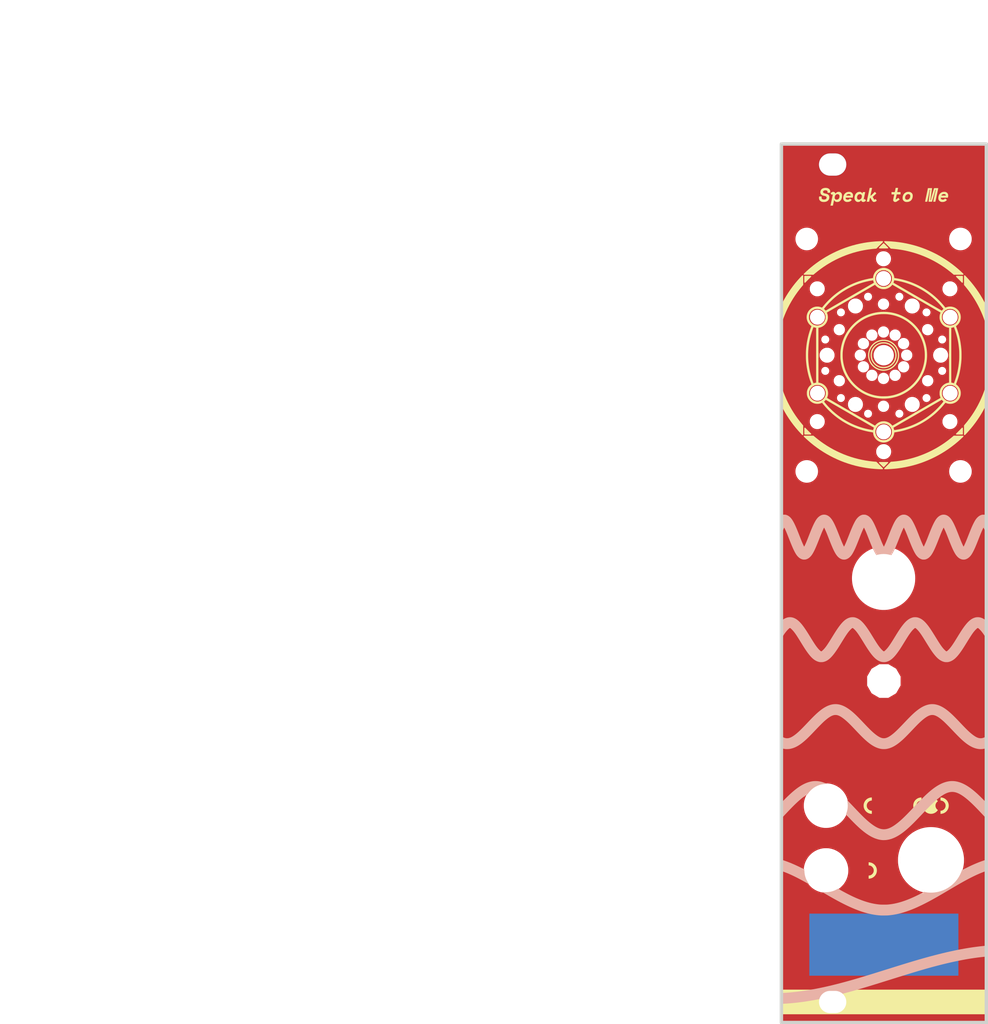
<source format=kicad_pcb>
(kicad_pcb (version 20240108) (generator "pcbnew") (generator_version "8.0")
  (title_block (title "Speak to Me") (date "2025-01-30") (rev "v1 DIY") (company "Winterbloom") (comment 1 "Alethea Flowers") (comment 2 "CC BY-NC-ND 4.0") (comment 3 "speak.wntr.dev"))
  (layers (0 "F.Cu" signal) (31 "B.Cu" signal) (34 "B.Paste" user) (35 "F.Paste" user) (36 "B.SilkS" user "B.Silkscreen") (37 "F.SilkS" user "F.Silkscreen") (38 "B.Mask" user) (39 "F.Mask" user) (44 "Edge.Cuts" user))
  (net 0 "")
  (footprint "DrillHole" (layer "F.Cu") (at 129.649989 85.575925)
    (property "Reference" "" (at 0 0 0) (layer "F.SilkS") (effects (font (size 1.27 1.27))))
    (property "Value" "")
    (pad "" np_thru_hole circle (at 0 0) (size 2.03 2.03) (drill 2.03) (layers "*.Cu" "*.Mask") (clearance 0.1))
  )
  (footprint "DrillHole" (layer "F.Cu") (at 145.819989 72.135925)
    (property "Reference" "" (at 0 0 0) (layer "F.SilkS") (effects (font (size 1.27 1.27))))
    (property "Value" "")
    (pad "" np_thru_hole circle (at 0 0) (size 1.49 1.49) (drill 1.49) (layers "*.Cu" "*.Mask") (clearance 0.1))
  )
  (footprint "DrillHole" (layer "F.Cu") (at 130.819989 73.575925)
    (property "Reference" "" (at 0 0 0) (layer "F.SilkS") (effects (font (size 1.27 1.27))))
    (property "Value" "")
    (pad "" np_thru_hole circle (at 0 0) (size 1 1) (drill 1) (layers "*.Cu" "*.Mask") (clearance 0.1))
  )
  (footprint "DrillHole" (layer "F.Cu") (at 141.669989 67.305925)
    (property "Reference" "" (at 0 0 0) (layer "F.SilkS") (effects (font (size 1.27 1.27))))
    (property "Value" "")
    (pad "" np_thru_hole circle (at 0 0) (size 1 1) (drill 1) (layers "*.Cu" "*.Mask") (clearance 0.1))
  )
  (footprint "DrillHole" (layer "F.Cu") (at 149.069989 66.155925)
    (property "Reference" "" (at 0 0 0) (layer "F.SilkS") (effects (font (size 1.27 1.27))))
    (property "Value" "")
    (pad "" np_thru_hole circle (at 0 0) (size 2.03 2.03) (drill 2.03) (layers "*.Cu" "*.Mask") (clearance 0.1))
  )
  (footprint "DrillHole" (layer "F.Cu") (at 143.549989 68.665925)
    (property "Reference" "" (at 0 0 0) (layer "F.SilkS") (effects (font (size 1.27 1.27))))
    (property "Value" "")
    (pad "" np_thru_hole circle (at 0 0) (size 2.03 2.03) (drill 2.03) (layers "*.Cu" "*.Mask") (clearance 0.1))
  )
  (footprint "DrillHole" (layer "F.Cu") (at 137.079989 84.425925)
    (property "Reference" "" (at 0 0 0) (layer "F.SilkS") (effects (font (size 1.27 1.27))))
    (property "Value" "")
    (pad "" np_thru_hole circle (at 0 0) (size 1 1) (drill 1) (layers "*.Cu" "*.Mask") (clearance 0.1))
  )
  (footprint "DrillHole" (layer "F.Cu") (at 139.369989 87.085925)
    (property "Reference" "" (at 0 0 0) (layer "F.SilkS") (effects (font (size 1.27 1.27))))
    (property "Value" "")
    (pad "" np_thru_hole circle (at 0 0) (size 2.03 2.03) (drill 2.03) (layers "*.Cu" "*.Mask") (clearance 0.1))
  )
  (footprint "DrillHole" (layer "F.Cu") (at 141.669989 84.425925)
    (property "Reference" "" (at 0 0 0) (layer "F.SilkS") (effects (font (size 1.27 1.27))))
    (property "Value" "")
    (pad "" np_thru_hole circle (at 0 0) (size 1 1) (drill 1) (layers "*.Cu" "*.Mask") (clearance 0.1))
  )
  (footprint "DrillHole" (layer "F.Cu") (at 146.299989 149.725925)
    (property "Reference" "" (at 0 0 0) (layer "F.SilkS") (effects (font (size 1.27 1.27))))
    (property "Value" "")
    (pad "" np_thru_hole circle (at 0 0) (size 9.5 9.5) (drill 9.5) (layers "*.Cu" "*.Mask") (clearance 0.1))
  )
  (footprint "DrillHole" (layer "F.Cu") (at 139.349989 61.755925)
    (property "Reference" "" (at 0 0 0) (layer "F.SilkS") (effects (font (size 1.27 1.27))))
    (property "Value" "")
    (pad "" np_thru_hole circle (at 0 0) (size 2.03 2.03) (drill 2.03) (layers "*.Cu" "*.Mask") (clearance 0.1))
  )
  (footprint "DrillSlottedHole" (layer "F.Cu") (at 131.899989 170.475925)
    (property "Reference" "" (at 0 0 0) (layer "F.SilkS") (effects (font (size 1.27 1.27))))
    (property "Value" "")
    (pad "" np_thru_hole roundrect (at 0 0) (size 4 3.25) (drill oval 4 3.25) (layers "*.Cu" "*.Mask") (roundrect_rratio 0.5) (clearance 0.1))
  )
  (footprint "DrillHole" (layer "F.Cu") (at 136.399989 77.565925)
    (property "Reference" "" (at 0 0 0) (layer "F.SilkS") (effects (font (size 1.27 1.27))))
    (property "Value" "")
    (pad "" np_thru_hole circle (at 0 0) (size 1 1) (drill 1) (layers "*.Cu" "*.Mask") (clearance 0.1))
  )
  (footprint "DrillHole" (layer "F.Cu") (at 150.609989 58.865925)
    (property "Reference" "" (at 0 0 0) (layer "F.SilkS") (effects (font (size 1.27 1.27))))
    (property "Value" "")
    (pad "" np_thru_hole circle (at 0 0) (size 3.14 3.14) (drill 3.14) (layers "*.Cu" "*.Mask") (clearance 0.1))
  )
  (footprint "Graphics" (layer "F.Cu") (at 124.399989 44.975925)
    (property "Reference" "" (at 0 0 0) (layer "F.SilkS") (effects (font (size 1.27 1.27))))
    (property "Value" "")
  )
  (footprint "DrillHole" (layer "F.Cu") (at 141.049989 72.925925)
    (property "Reference" "" (at 0 0 0) (layer "F.SilkS") (effects (font (size 1.27 1.27))))
    (property "Value" "")
    (pad "" np_thru_hole circle (at 0 0) (size 1 1) (drill 1) (layers "*.Cu" "*.Mask") (clearance 0.1))
  )
  (footprint "DrillHole" (layer "F.Cu") (at 135.239989 68.665925)
    (property "Reference" "" (at 0 0 0) (layer "F.SilkS") (effects (font (size 1.27 1.27))))
    (property "Value" "")
    (pad "" np_thru_hole circle (at 0 0) (size 2.03 2.03) (drill 2.03) (layers "*.Cu" "*.Mask") (clearance 0.1))
  )
  (footprint "DrillHole" (layer "F.Cu") (at 145.639989 69.605925)
    (property "Reference" "" (at 0 0 0) (layer "F.SilkS") (effects (font (size 1.27 1.27))))
    (property "Value" "")
    (pad "" np_thru_hole circle (at 0 0) (size 1 1) (drill 1) (layers "*.Cu" "*.Mask") (clearance 0.1))
  )
  (footprint "DrillHole" (layer "F.Cu") (at 135.949989 75.865925)
    (property "Reference" "" (at 0 0 0) (layer "F.SilkS") (effects (font (size 1.27 1.27))))
    (property "Value" "")
    (pad "" np_thru_hole circle (at 0 0) (size 1 1) (drill 1) (layers "*.Cu" "*.Mask") (clearance 0.1))
  )
  (footprint "DrillHole" (layer "F.Cu") (at 139.349989 83.335925)
    (property "Reference" "" (at 0 0 0) (layer "F.SilkS") (effects (font (size 1.27 1.27))))
    (property "Value" "")
    (pad "" np_thru_hole circle (at 0 0) (size 1.49 1.49) (drill 1.49) (layers "*.Cu" "*.Mask") (clearance 0.1))
  )
  (footprint "DrillHole" (layer "F.Cu") (at 139.359989 108.495925)
    (property "Reference" "" (at 0 0 0) (layer "F.SilkS") (effects (font (size 1.27 1.27))))
    (property "Value" "")
    (pad "" np_thru_hole circle (at 0 0) (size 7.1 7.1) (drill 7.1) (layers "*.Cu" "*.Mask") (clearance 0.1))
  )
  (footprint "DrillSlottedHole" (layer "F.Cu") (at 131.899989 47.975925)
    (property "Reference" "" (at 0 0 0) (layer "F.SilkS") (effects (font (size 1.27 1.27))))
    (property "Value" "")
    (pad "" np_thru_hole roundrect (at 0 0) (size 4 3.25) (drill oval 4 3.25) (layers "*.Cu" "*.Mask") (roundrect_rratio 0.5) (clearance 0.1))
  )
  (footprint "DrillHole" (layer "F.Cu") (at 142.289989 77.565925)
    (property "Reference" "" (at 0 0 0) (layer "F.SilkS") (effects (font (size 1.27 1.27))))
    (property "Value" "")
    (pad "" np_thru_hole circle (at 0 0) (size 1 1) (drill 1) (layers "*.Cu" "*.Mask") (clearance 0.1))
  )
  (footprint "Graphics" (layer "F.Cu") (at 124.399989 44.975925)
    (property "Reference" "" (at 0 0 0) (layer "F.SilkS") (effects (font (size 1.27 1.27))))
    (property "Value" "")
  )
  (footprint "DrillHole" (layer "F.Cu") (at 130.939989 151.235925)
    (property "Reference" "" (at 0 0 0) (layer "F.SilkS") (effects (font (size 1.27 1.27))))
    (property "Value" "")
    (pad "" np_thru_hole circle (at 0 0) (size 6.35 6.35) (drill 6.35) (layers "*.Cu" "*.Mask") (clearance 0.1))
  )
  (footprint "DrillHole" (layer "F.Cu") (at 149.099989 81.425925)
    (property "Reference" "" (at 0 0 0) (layer "F.SilkS") (effects (font (size 1.27 1.27))))
    (property "Value" "")
    (pad "" np_thru_hole circle (at 0 0) (size 2.03 2.03) (drill 2.03) (layers "*.Cu" "*.Mask") (clearance 0.1))
  )
  (footprint "DrillHole" (layer "F.Cu") (at 136.399989 74.165925)
    (property "Reference" "" (at 0 0 0) (layer "F.SilkS") (effects (font (size 1.27 1.27))))
    (property "Value" "")
    (pad "" np_thru_hole circle (at 0 0) (size 1 1) (drill 1) (layers "*.Cu" "*.Mask") (clearance 0.1))
  )
  (footprint "DrillHole" (layer "F.Cu") (at 141.049989 78.805925)
    (property "Reference" "" (at 0 0 0) (layer "F.SilkS") (effects (font (size 1.27 1.27))))
    (property "Value" "")
    (pad "" np_thru_hole circle (at 0 0) (size 1 1) (drill 1) (layers "*.Cu" "*.Mask") (clearance 0.1))
  )
  (footprint "DrillHole" (layer "F.Cu") (at 133.109989 69.605925)
    (property "Reference" "" (at 0 0 0) (layer "F.SilkS") (effects (font (size 1.27 1.27))))
    (property "Value" "")
    (pad "" np_thru_hole circle (at 0 0) (size 1 1) (drill 1) (layers "*.Cu" "*.Mask") (clearance 0.1))
  )
  (footprint "DrillHole" (layer "F.Cu") (at 130.819989 78.155925)
    (property "Reference" "" (at 0 0 0) (layer "F.SilkS") (effects (font (size 1.27 1.27))))
    (property "Value" "")
    (pad "" np_thru_hole circle (at 0 0) (size 1 1) (drill 1) (layers "*.Cu" "*.Mask") (clearance 0.1))
  )
  (footprint "DrillHole" (layer "F.Cu") (at 147.709989 75.865925)
    (property "Reference" "" (at 0 0 0) (layer "F.SilkS") (effects (font (size 1.27 1.27))))
    (property "Value" "")
    (pad "" np_thru_hole circle (at 0 0) (size 2.03 2.03) (drill 2.03) (layers "*.Cu" "*.Mask") (clearance 0.1))
  )
  (footprint "DrillHole" (layer "F.Cu") (at 132.879989 72.135925)
    (property "Reference" "" (at 0 0 0) (layer "F.SilkS") (effects (font (size 1.27 1.27))))
    (property "Value" "")
    (pad "" np_thru_hole circle (at 0 0) (size 1.49 1.49) (drill 1.49) (layers "*.Cu" "*.Mask") (clearance 0.1))
  )
  (footprint "DrillHole" (layer "F.Cu") (at 132.879989 79.595925)
    (property "Reference" "" (at 0 0 0) (layer "F.SilkS") (effects (font (size 1.27 1.27))))
    (property "Value" "")
    (pad "" np_thru_hole circle (at 0 0) (size 1.49 1.49) (drill 1.49) (layers "*.Cu" "*.Mask") (clearance 0.1))
  )
  (footprint "DrillHole" (layer "F.Cu") (at 129.649989 66.155925)
    (property "Reference" "" (at 0 0 0) (layer "F.SilkS") (effects (font (size 1.27 1.27))))
    (property "Value" "")
    (pad "" np_thru_hole circle (at 0 0) (size 2.03 2.03) (drill 2.03) (layers "*.Cu" "*.Mask") (clearance 0.1))
  )
  (footprint "DrillHole" (layer "F.Cu") (at 139.379989 75.865925)
    (property "Reference" "" (at 0 0 0) (layer "F.SilkS") (effects (font (size 1.27 1.27))))
    (property "Value" "")
    (pad "" np_thru_hole circle (at 0 0) (size 2.8 2.8) (drill 2.8) (layers "*.Cu" "*.Mask") (clearance 0.1))
  )
  (footprint "DrillHole" (layer "F.Cu") (at 133.109989 82.125925)
    (property "Reference" "" (at 0 0 0) (layer "F.SilkS") (effects (font (size 1.27 1.27))))
    (property "Value" "")
    (pad "" np_thru_hole circle (at 0 0) (size 1 1) (drill 1) (layers "*.Cu" "*.Mask") (clearance 0.1))
  )
  (footprint "DrillHole" (layer "F.Cu") (at 135.239989 83.065925)
    (property "Reference" "" (at 0 0 0) (layer "F.SilkS") (effects (font (size 1.27 1.27))))
    (property "Value" "")
    (pad "" np_thru_hole circle (at 0 0) (size 2.03 2.03) (drill 2.03) (layers "*.Cu" "*.Mask") (clearance 0.1))
  )
  (footprint "DrillHole" (layer "F.Cu") (at 139.349989 79.265925)
    (property "Reference" "" (at 0 0 0) (layer "F.SilkS") (effects (font (size 1.27 1.27))))
    (property "Value" "")
    (pad "" np_thru_hole circle (at 0 0) (size 1 1) (drill 1) (layers "*.Cu" "*.Mask") (clearance 0.1))
  )
  (footprint "DrillHole" (layer "F.Cu") (at 131.079989 75.865925)
    (property "Reference" "" (at 0 0 0) (layer "F.SilkS") (effects (font (size 1.27 1.27))))
    (property "Value" "")
    (pad "" np_thru_hole circle (at 0 0) (size 2.03 2.03) (drill 2.03) (layers "*.Cu" "*.Mask") (clearance 0.1))
  )
  (footprint "DrillHole" (layer "F.Cu") (at 129.679989 70.305925)
    (property "Reference" "" (at 0 0 0) (layer "F.SilkS") (effects (font (size 1.27 1.27))))
    (property "Value" "")
    (pad "" np_thru_hole circle (at 0 0) (size 2.03 2.03) (drill 2.03) (layers "*.Cu" "*.Mask") (clearance 0.1))
  )
  (footprint "DrillHole" (layer "F.Cu") (at 137.079989 67.305925)
    (property "Reference" "" (at 0 0 0) (layer "F.SilkS") (effects (font (size 1.27 1.27))))
    (property "Value" "")
    (pad "" np_thru_hole circle (at 0 0) (size 1 1) (drill 1) (layers "*.Cu" "*.Mask") (clearance 0.1))
  )
  (footprint "DrillHole" (layer "F.Cu") (at 128.109989 92.865925)
    (property "Reference" "" (at 0 0 0) (layer "F.SilkS") (effects (font (size 1.27 1.27))))
    (property "Value" "")
    (pad "" np_thru_hole circle (at 0 0) (size 3.14 3.14) (drill 3.14) (layers "*.Cu" "*.Mask") (clearance 0.1))
  )
  (footprint "DrillHole" (layer "F.Cu") (at 129.679989 81.425925)
    (property "Reference" "" (at 0 0 0) (layer "F.SilkS") (effects (font (size 1.27 1.27))))
    (property "Value" "")
    (pad "" np_thru_hole circle (at 0 0) (size 2.03 2.03) (drill 2.03) (layers "*.Cu" "*.Mask") (clearance 0.1))
  )
  (footprint "DrillHole" (layer "F.Cu") (at 139.349989 72.465925)
    (property "Reference" "" (at 0 0 0) (layer "F.SilkS") (effects (font (size 1.27 1.27))))
    (property "Value" "")
    (pad "" np_thru_hole circle (at 0 0) (size 1 1) (drill 1) (layers "*.Cu" "*.Mask") (clearance 0.1))
  )
  (footprint "DrillHole" (layer "F.Cu") (at 145.819989 79.595925)
    (property "Reference" "" (at 0 0 0) (layer "F.SilkS") (effects (font (size 1.27 1.27))))
    (property "Value" "")
    (pad "" np_thru_hole circle (at 0 0) (size 1.49 1.49) (drill 1.49) (layers "*.Cu" "*.Mask") (clearance 0.1))
  )
  (footprint "DrillHole" (layer "F.Cu") (at 147.929989 78.155925)
    (property "Reference" "" (at 0 0 0) (layer "F.SilkS") (effects (font (size 1.27 1.27))))
    (property "Value" "")
    (pad "" np_thru_hole circle (at 0 0) (size 1 1) (drill 1) (layers "*.Cu" "*.Mask") (clearance 0.1))
  )
  (footprint "DrillHole" (layer "F.Cu") (at 137.649989 72.925925)
    (property "Reference" "" (at 0 0 0) (layer "F.SilkS") (effects (font (size 1.27 1.27))))
    (property "Value" "")
    (pad "" np_thru_hole circle (at 0 0) (size 1 1) (drill 1) (layers "*.Cu" "*.Mask") (clearance 0.1))
  )
  (footprint "DrillHole" (layer "F.Cu") (at 130.939989 141.755925)
    (property "Reference" "" (at 0 0 0) (layer "F.SilkS") (effects (font (size 1.27 1.27))))
    (property "Value" "")
    (pad "" np_thru_hole circle (at 0 0) (size 6.35 6.35) (drill 6.35) (layers "*.Cu" "*.Mask") (clearance 0.1))
  )
  (footprint "DrillHole" (layer "F.Cu") (at 147.929989 73.575925)
    (property "Reference" "" (at 0 0 0) (layer "F.SilkS") (effects (font (size 1.27 1.27))))
    (property "Value" "")
    (pad "" np_thru_hole circle (at 0 0) (size 1 1) (drill 1) (layers "*.Cu" "*.Mask") (clearance 0.1))
  )
  (footprint "DrillHole" (layer "F.Cu") (at 142.289989 74.165925)
    (property "Reference" "" (at 0 0 0) (layer "F.SilkS") (effects (font (size 1.27 1.27))))
    (property "Value" "")
    (pad "" np_thru_hole circle (at 0 0) (size 1 1) (drill 1) (layers "*.Cu" "*.Mask") (clearance 0.1))
  )
  (footprint "DrillHole" (layer "F.Cu") (at 142.739989 75.865925)
    (property "Reference" "" (at 0 0 0) (layer "F.SilkS") (effects (font (size 1.27 1.27))))
    (property "Value" "")
    (pad "" np_thru_hole circle (at 0 0) (size 1 1) (drill 1) (layers "*.Cu" "*.Mask") (clearance 0.1))
  )
  (footprint "Graphics" (layer "F.Cu") (at 124.399989 44.975925)
    (property "Reference" "" (at 0 0 0) (layer "F.SilkS") (effects (font (size 1.27 1.27))))
    (property "Value" "")
    (fp_poly (pts (xy 29.98 128.5) (xy 0.02 128.5) (xy 0.02 106.26479) (xy 3.27626 106.26479) (xy 3.27745 106.37289) (xy 3.28084 106.47571) (xy 3.28644 106.56824) (xy 3.29343 106.63914) (xy 3.33515 106.89675) (xy 3.39508 107.14609) (xy 3.47329 107.38739) (xy 3.5699 107.62089) (xy 3.68499 107.84683) (xy 3.81867 108.06543) (xy 3.96566 108.27) (xy 4.0102 108.32439) (xy 4.06655 108.38826) (xy 4.13141 108.45829) (xy 4.20147 108.53112) (xy 4.27345 108.6034) (xy 4.34403 108.67179) (xy 4.40992 108.73295) (xy 4.46782 108.78352) (xy 4.49 108.80163) (xy 4.69682 108.95354) (xy 4.91264 109.08842) (xy 5.13635 109.20584) (xy 5.36689 109.30532) (xy 5.60314 109.3864) (xy 5.84403 109.44864) (xy 6.08846 109.49157) (xy 6.15 109.49923) (xy 6.196 109.50449) (xy 6.23847 109.50934) (xy 6.27073 109.51302) (xy 6.28 109.51408) (xy 6.2992 109.51503) (xy 6.33535 109.51567) (xy 6.38542 109.51598) (xy 6.44637 109.51595) (xy 6.51516 109.51559) (xy 6.585 109.51492) (xy 6.67945 109.51345) (xy 6.75777 109.51133) (xy 6.82381 109.50832) (xy 6.88143 109.50419) (xy 6.9345 109.49872) (xy 6.98686 109.49167) (xy 6.995 109.49044) (xy 7.25329 109.44141) (xy 7.50307 109.37429) (xy 7.74429 109.28911) (xy 7.97689 109.1859) (xy 8.20082 109.06467) (xy 8.41601 108.92545) (xy 8.57 108.81055) (xy 8.62653 108.76322) (xy 8.69234 108.70379) (xy 8.76404 108.63568) (xy 8.83827 108.5623) (xy 8.91166 108.48704) (xy 8.98084 108.41333) (xy 9.04244 108.34457) (xy 9.0931 108.28417) (xy 9.10425 108.27) (xy 9.25591 108.05853) (xy 9.38895 107.83981) (xy 9.50344 107.61364) (xy 9.59948 107.37982) (xy 9.67713 107.13815) (xy 9.73649 106.88845) (xy 9.77657 106.63914) (xy 9.78417 106.56032) (xy 9.78956 106.46664) (xy 9.79275 106.36312) (xy 9.79374 106.25479) (xy 9.79252 106.14665) (xy 9.78911 106.04374) (xy 9.78349 105.95108) (xy 9.77649 105.88) (xy 9.73468 105.62257) (xy 9.67435 105.37267) (xy 9.59552 105.13039) (xy 9.49824 104.8958) (xy 9.41883 104.74015) (xy 17.06497 104.74015) (xy 17.06583 104.84656) (xy 17.06781 104.95029) (xy 17.07087 105.04757) (xy 17.07501 105.13463) (xy 17.08019 105.20769) (xy 17.08324 105.23837) (xy 17.12852 105.55622) (xy 17.19179 105.86535) (xy 17.27311 106.16588) (xy 17.37252 106.45794) (xy 17.49008 106.74166) (xy 17.62584 107.01716) (xy 17.77986 107.28457) (xy 17.9522 107.54402) (xy 18.14289 107.79563) (xy 18.19151 107.855) (xy 18.24351 107.91518) (xy 18.30706 107.98492) (xy 18.37863 108.0606) (xy 18.45469 108.13865) (xy 18.53172 108.21547) (xy 18.60619 108.28747) (xy 18.67458 108.35104) (xy 18.70586 108.37897) (xy 18.9471 108.57752) (xy 19.19884 108.75926) (xy 19.46048 108.92386) (xy 19.73142 109.071) (xy 20.01105 109.20034) (xy 20.29875 109.31155) (xy 20.57805 109.39984) (xy 20.74285 109.44379) (xy 20.90287 109.48068) (xy 21.06316 109.51137) (xy 21.22871 109.53675) (xy 21.40455 109.55768) (xy 21.575 109.57338) (xy 21.61249 109.57539) (xy 21.66628 109.57686) (xy 21.73271 109.5778) (xy 21.80809 109.57823) (xy 21.88874 109.57818) (xy 21.97097 109.57767) (xy 22.05111 109.5767) (xy 22.12548 109.57531) (xy 22.19039 109.5735) (xy 22.24216 109.57131) (xy 22.26605 109.56977) (xy 22.57717 109.53524) (xy 22.88304 109.48166) (xy 23.18297 109.40931) (xy 23.47629 109.31853) (xy 23.76232 109.20961) (xy 24.04038 109.08288) (xy 24.3098 108.93863) (xy 24.56988 108.77719) (xy 24.81995 108.59887) (xy 25.05934 108.40397) (xy 25.28736 108.19281) (xy 25.30532 108.175) (xy 25.51412 107.9547) (xy 25.70481 107.72788) (xy 25.87871 107.49268) (xy 26.03716 107.24727) (xy 26.18148 106.98979) (xy 26.23458 106.885) (xy 26.36291 106.6032) (xy 26.47188 106.31815) (xy 26.56182 106.02863) (xy 26.63306 105.73343) (xy 26.68596 105.43131) (xy 26.72051 105.125) (xy 26.72472 105.05876) (xy 26.72785 104.97708) (xy 26.7299 104.88451) (xy 26.73088 104.78557) (xy 26.73077 104.68481) (xy 26.72959 104.58676) (xy 26.72732 104.49596) (xy 26.72398 104.41694) (xy 26.72051 104.365) (xy 26.68466 104.05248) (xy 26.62987 103.74582) (xy 26.55648 103.44567) (xy 26.46484 103.15262) (xy 26.35532 102.8673) (xy 26.22825 102.59033) (xy 26.08399 102.32232) (xy 25.92289 102.0639) (xy 25.7453 101.81568) (xy 25.55158 101.57829) (xy 25.34207 101.35233) (xy 25.11713 101.13843) (xy 24.8771 100.93721) (xy 24.69798 100.80257) (xy 24.47442 100.65254) (xy 24.23663 100.51265) (xy 23.98855 100.38482) (xy 23.73411 100.27095) (xy 23.47726 100.17296) (xy 23.26234 100.10428) (xy 23.0346 100.04324) (xy 22.81369 99.99486) (xy 22.5942 99.95831) (xy 22.3707 99.93278) (xy 22.13779 99.91745) (xy 21.99913 99.91296) (xy 21.76236 99.91259) (xy 21.53764 99.92226) (xy 21.31945 99.94242) (xy 21.10227 99.97355) (xy 20.955 100.00068) (xy 20.65379 100.07092) (xy 20.35916 100.15976) (xy 20.0719 100.26666) (xy 19.79278 100.39111) (xy 19.52259 100.53259) (xy 19.26212 100.69056) (xy 19.01214 100.8645) (xy 18.77345 101.0539) (xy 18.54682 101.25822) (xy 18.33303 101.47694) (xy 18.13288 101.70954) (xy 17.94714 101.9555) (xy 17.87539 102.06) (xy 17.71164 102.32206) (xy 17.56652 102.58984) (xy 17.43977 102.8641) (xy 17.33112 103.14558) (xy 17.2403 103.43502) (xy 17.16706 103.73318) (xy 17.11112 104.0408) (xy 17.07805 104.3) (xy 17.07304 104.3632) (xy 17.06925 104.44259) (xy 17.06666 104.53439) (xy 17.06523 104.63484) (xy 17.06497 104.74015) (xy 9.41883 104.74015) (xy 9.38254 104.669) (xy 9.24846 104.45006) (xy 9.09602 104.23907) (xy 9.07308 104.21) (xy 9.02848 104.15695) (xy 8.97241 104.09465) (xy 8.90858 104.02687) (xy 8.84068 103.95737) (xy 8.77244 103.88992) (xy 8.70755 103.82828) (xy 8.64973 103.77623) (xy 8.62649 103.75651) (xy 8.42212 103.59995) (xy 8.20831 103.46044) (xy 7.98601 103.33845) (xy 7.75618 103.23442) (xy 7.51978 103.1488) (xy 7.27776 103.08207) (xy 7.155 103.05593) (xy 7.07672 103.04143) (xy 7.00681 103.02993) (xy 6.94122 103.02109) (xy 6.87591 103.0146) (xy 6.80684 103.01012) (xy 6.72998 103.00733) (xy 6.64126 103.00589) (xy 6.53666 103.00548) (xy 6.535 103.00548) (xy 6.43014 103.00588) (xy 6.34122 103.0073) (xy 6.26421 103.01007) (xy 6.19506 103.01452) (xy 6.12973 103.02098) (xy 6.06417 103.02978) (xy 5.99435 103.04124) (xy 5.91622 103.0557) (xy 5.915 103.05593) (xy 5.67264 103.11262) (xy 5.43564 103.18812) (xy 5.20511 103.28172) (xy 4.98218 103.39267) (xy 4.76799 103.52025) (xy 4.56366 103.66372) (xy 4.37032 103.82237) (xy 4.18909 103.99545) (xy 4.0211 104.18223) (xy 3.86748 104.38199) (xy 3.86707 104.38258) (xy 3.73131 104.59135) (xy 3.61202 104.81092) (xy 3.50963 105.04014) (xy 3.4246 105.27782) (xy 3.35738 105.5228) (xy 3.30842 105.77388) (xy 3.29351 105.88) (xy 3.2859 105.95901) (xy 3.28049 106.05283) (xy 3.27728 106.15643) (xy 3.27626 106.26479) (xy 0.02 106.26479) (xy 0.02 96.72239) (xy 3.27308 96.72239) (xy 3.27852 96.97229) (xy 3.30309 97.22128) (xy 3.34679 97.4682) (xy 3.40965 97.71187) (xy 3.49167 97.95113) (xy 3.49708 97.965) (xy 3.59872 98.19723) (xy 3.71681 98.41877) (xy 3.85048 98.62898) (xy 3.99889 98.82724) (xy 4.16118 99.0129) (xy 4.33651 99.18532) (xy 4.52401 99.34388) (xy 4.72285 99.48794) (xy 4.93217 99.61685) (xy 5.15112 99.72999) (xy 5.37884 99.82671) (xy 5.61449 99.90639) (xy 5.85721 99.96837) (xy 6.10615 100.01204) (xy 6.26 100.02935) (xy 6.31834 100.03292) (xy 6.39181 100.03495) (xy 6.4759 100.03551) (xy 6.56609 100.03472) (xy 6.65786 100.03266) (xy 6.74669 100.02943) (xy 6.82806 100.02512) (xy 6.89746 100.01982) (xy 6.94 100.01512) (xy 7.1961 99.97167) (xy 7.44218 99.91114) (xy 7.6792 99.83315) (xy 7.90811 99.73727) (xy 8.12984 99.62311) (xy 8.34535 99.49027) (xy 8.55558 99.33834) (xy 8.59 99.31128) (xy 8.64612 99.26404) (xy 8.71129 99.20493) (xy 8.78192 99.13755) (xy 8.8544 99.06552) (xy 8.92514 98.99245) (xy 8.99055 98.92197) (xy 9.04703 98.85767) (xy 9.07399 98.825) (xy 9.20496 98.64883) (xy 9.32691 98.45987) (xy 9.43689 98.26321) (xy 9.53195 98.06394) (xy 9.57292 97.965) (xy 9.65658 97.72468) (xy 9.72092 97.47982) (xy 9.76584 97.23133) (xy 9.79127 96.98016) (xy 9.79713 96.72722) (xy 9.78332 96.47345) (xy 9.74975 96.21975) (xy 9.73933 96.16205) (xy 9.68296 95.91758) (xy 9.60822 95.67991) (xy 9.51585 95.44989) (xy 9.40659 95.22841) (xy 9.28117 95.01634) (xy 9.14034 94.81455) (xy 8.98482 94.62392) (xy 8.81537 94.44532) (xy 8.63271 94.27962) (xy 8.43758 94.1277) (xy 8.23072 93.99043) (xy 8.01287 93.86867) (xy 7.78477 93.76332) (xy 7.67762 93.72098) (xy 7.43762 93.64164) (xy 7.19288 93.58147) (xy 6.94454 93.54055) (xy 6.69374 93.51891) (xy 6.44162 93.51664) (xy 6.18932 93.53378) (xy 5.93797 93.57039) (xy 5.72 93.61838) (xy 5.47998 93.68994) (xy 5.24737 93.77963) (xy 5.02309 93.88664) (xy 4.80807 94.01016) (xy 4.60326 94.1494) (xy 4.40957 94.30356) (xy 4.22795 94.47183) (xy 4.05933 94.65342) (xy 3.90463 94.84751) (xy 3.7648 95.05331) (xy 3.64075 95.27002) (xy 3.53344 95.49683) (xy 3.53209 95.5) (xy 3.44218 95.73698) (xy 3.37131 95.97887) (xy 3.31949 96.22452) (xy 3.28674 96.47275) (xy 3.27308 96.72239) (xy 0.02 96.72239) (xy 0.02 79.20292) (xy 12.55 79.20292) (xy 12.87162 79.76396) (xy 12.92754 79.86139) (xy 12.98077 79.95388) (xy 13.03044 80.03995) (xy 13.07568 80.11809) (xy 13.11562 80.18681) (xy 13.14939 80.24461) (xy 13.17613 80.29001) (xy 13.19495 80.32149) (xy 13.20499 80.33758) (xy 13.20619 80.33922) (xy 13.21688 80.34659) (xy 13.2434 80.36311) (xy 13.28427 80.3879) (xy 13.338 80.42007) (xy 13.40311 80.45875) (xy 13.47812 80.50307) (xy 13.56156 80.55213) (xy 13.65194 80.60507) (xy 13.74778 80.661) (xy 13.78207 80.68097) (xy 14.345 81.0085) (xy 14.99759 81.00925) (xy 15.65019 81.01) (xy 16.21259 80.68409) (xy 16.31009 80.62748) (xy 16.40272 80.57349) (xy 16.48897 80.523) (xy 16.56736 80.47689) (xy 16.63639 80.43605) (xy 16.69456 80.40137) (xy 16.74039 80.37373) (xy 16.77238 80.35402) (xy 16.78903 80.34311) (xy 16.79091 80.34159) (xy 16.79855 80.33022) (xy 16.81521 80.30297) (xy 16.84003 80.26137) (xy 16.87212 80.20691) (xy 16.91062 80.14109) (xy 16.95462 80.06543) (xy 17.00327 79.98142) (xy 17.05568 79.89057) (xy 17.11097 79.79439) (xy 17.12841 79.76396) (xy 17.45 79.20292) (xy 17.44944 78.54396) (xy 17.44889 77.885) (xy 17.12059 77.315) (xy 16.79228 76.745) (xy 15.665 76.09044) (xy 14.335 76.0908) (xy 13.20704 76.74624) (xy 12.87908 77.31562) (xy 12.55111 77.885) (xy 12.55056 78.54396) (xy 12.55 79.20292) (xy 0.02 79.20292) (xy 0.02 63.64005) (xy 10.32827 63.64005) (xy 10.3454 63.94372) (xy 10.38192 64.24348) (xy 10.43763 64.5387) (xy 10.51235 64.82875) (xy 10.60588 65.11301) (xy 10.71803 65.39085) (xy 10.84859 65.66164) (xy 10.99738 65.92475) (xy 11.1642 66.17957) (xy 11.25531 66.305) (xy 11.32555 66.39665) (xy 11.39255 66.47982) (xy 11.46018 66.55894) (xy 11.53234 66.63847) (xy 11.61293 66.72286) (xy 11.68462 66.79538) (xy 11.81676 66.92379) (xy 11.94361 67.0389) (xy 12.06997 67.14466) (xy 12.20065 67.24503) (xy 12.34045 67.34398) (xy 12.39156 67.37843) (xy 12.65045 67.53907) (xy 12.91783 67.6817) (xy 13.19311 67.80611) (xy 13.47571 67.91212) (xy 13.76503 67.99951) (xy 14.06048 68.06809) (xy 14.36147 68.11767) (xy 14.66741 68.14804) (xy 14.69071 68.14955) (xy 14.76773 68.15291) (xy 14.85928 68.1546) (xy 14.95999 68.15468) (xy 15.06448 68.15324) (xy 15.16735 68.15036) (xy 15.26324 68.14612) (xy 15.34675 68.1406) (xy 15.36 68.13948) (xy 15.66318 68.10293) (xy 15.9615 68.04706) (xy 16.25435 67.97212) (xy 16.54112 67.87833) (xy 16.82121 67.76592) (xy 17.094 67.63513) (xy 17.35887 67.48619) (xy 17.61523 67.31932) (xy 17.72591 67.23974) (xy 17.85152 67.14196) (xy 17.98248 67.03132) (xy 18.11449 66.91191) (xy 18.24324 66.78778) (xy 18.36444 66.663) (xy 18.47378 66.54164) (xy 18.51214 66.49629) (xy 18.70037 66.25395) (xy 18.87169 66.00182) (xy 19.0257 65.7407) (xy 19.16203 65.47142) (xy 19.28031 65.19478) (xy 19.38016 64.91159) (xy 19.46119 64.62267) (xy 19.52304 64.32882) (xy 19.52458 64.32) (xy 19.54199 64.21468) (xy 19.55589 64.11739) (xy 19.5667 64.02329) (xy 19.57486 63.92753) (xy 19.58079 63.82523) (xy 19.58493 63.71156) (xy 19.58717 63.61323) (xy 19.58871 63.47927) (xy 19.58792 63.36033) (xy 19.58457 63.25154) (xy 19.57838 63.14802) (xy 19.56911 63.04489) (xy 19.5565 62.93729) (xy 19.54883 62.88) (xy 19.49774 62.5836) (xy 19.42777 62.29282) (xy 19.33947 62.00846) (xy 19.23335 61.73129) (xy 19.10996 61.46211) (xy 18.96982 61.2017) (xy 18.81346 60.95084) (xy 18.64142 60.71032) (xy 18.45423 60.48091) (xy 18.25242 60.26342) (xy 18.03652 60.05861) (xy 17.80706 59.86728) (xy 17.56457 59.69022) (xy 17.30959 59.52819) (xy 17.25815 59.49824) (xy 16.9931 59.35762) (xy 16.71995 59.23498) (xy 16.43976 59.13053) (xy 16.15359 59.04447) (xy 15.86251 58.97701) (xy 15.56758 58.92837) (xy 15.26987 58.89873) (xy 14.97044 58.88832) (xy 14.67035 58.89733) (xy 14.37067 58.92598) (xy 14.335 58.93071) (xy 14.03297 58.98196) (xy 13.73734 59.05208) (xy 13.44857 59.14088) (xy 13.16711 59.24818) (xy 12.89344 59.37379) (xy 12.62801 59.5175) (xy 12.37128 59.67914) (xy 12.15939 59.83113) (xy 11.92241 60.02365) (xy 11.69977 60.22992) (xy 11.49191 60.44932) (xy 11.29928 60.68125) (xy 11.12231 60.92506) (xy 10.96145 61.18016) (xy 10.81712 61.4459) (xy 10.68979 61.72168) (xy 10.57987 62.00688) (xy 10.54683 62.105) (xy 10.46747 62.37841) (xy 10.40617 62.65484) (xy 10.36253 62.9367) (xy 10.33611 63.22637) (xy 10.33074 63.33308) (xy 10.32827 63.64005) (xy 0.02 63.64005) (xy 0.02 47.82328) (xy 2.05616 47.82328) (xy 2.0583 47.99405) (xy 2.07791 48.16306) (xy 2.11463 48.32892) (xy 2.1681 48.49024) (xy 2.23795 48.64563) (xy 2.32381 48.79369) (xy 2.42531 48.93302) (xy 2.5421 49.06224) (xy 2.6738 49.17996) (xy 2.78458 49.2615) (xy 2.94079 49.35508) (xy 3.10388 49.43001) (xy 3.27305 49.48614) (xy 3.4475 49.52328) (xy 3.62643 49.54128) (xy 3.80906 49.53995) (xy 3.99055 49.51978) (xy 4.15786 49.48276) (xy 4.32167 49.42695) (xy 4.47986 49.35351) (xy 4.63032 49.26359) (xy 4.7709 49.15837) (xy 4.8995 49.03901) (xy 4.93144 49.005) (xy 5.04673 48.86409) (xy 5.14469 48.71363) (xy 5.22496 48.55465) (xy 5.28719 48.38818) (xy 5.33103 48.21523) (xy 5.35611 48.03684) (xy 5.36209 47.85403) (xy 5.36074 47.82328) (xy 24.55616 47.82328) (xy 24.5583 47.99405) (xy 24.57791 48.16306) (xy 24.61463 48.32892) (xy 24.6681 48.49024) (xy 24.73795 48.64563) (xy 24.82381 48.79369) (xy 24.92531 48.93302) (xy 25.0421 49.06224) (xy 25.1738 49.17996) (xy 25.28458 49.2615) (xy 25.44079 49.35508) (xy 25.60388 49.43001) (xy 25.77305 49.48614) (xy 25.9475 49.52328) (xy 26.12643 49.54128) (xy 26.30906 49.53995) (xy 26.49055 49.51978) (xy 26.65786 49.48276) (xy 26.82167 49.42695) (xy 26.97986 49.35351) (xy 27.13032 49.26359) (xy 27.2709 49.15837) (xy 27.3995 49.03901) (xy 27.43144 49.005) (xy 27.54673 48.86409) (xy 27.64469 48.71363) (xy 27.72496 48.55465) (xy 27.78719 48.38818) (xy 27.83103 48.21523) (xy 27.85611 48.03684) (xy 27.86209 47.85403) (xy 27.85842 47.76995) (xy 27.83665 47.59349) (xy 27.79597 47.4215) (xy 27.73721 47.25545) (xy 27.66123 47.09681) (xy 27.56887 46.94705) (xy 27.46099 46.80765) (xy 27.33844 46.68007) (xy 27.20207 46.56579) (xy 27.13542 46.51843) (xy 26.98149 46.42621) (xy 26.82225 46.35253) (xy 26.65902 46.29702) (xy 26.49311 46.25936) (xy 26.32584 46.2392) (xy 26.15851 46.23618) (xy 25.99244 46.24998) (xy 25.82894 46.28023) (xy 25.66932 46.3266) (xy 25.5149 46.38874) (xy 25.36698 46.46631) (xy 25.22688 46.55896) (xy 25.09591 46.66635) (xy 24.97538 46.78813) (xy 24.86661 46.92396) (xy 24.7709 47.07349) (xy 24.72973 47.15054) (xy 24.65829 47.31439) (xy 24.60579 47.48206) (xy 24.57187 47.65216) (xy 24.55616 47.82328) (xy 5.36074 47.82328) (xy 5.35842 47.76995) (xy 5.33666 47.59363) (xy 5.29598 47.42173) (xy 5.23723 47.25572) (xy 5.16127 47.0971) (xy 5.06895 46.94734) (xy 4.96114 46.80792) (xy 4.83868 46.68034) (xy 4.70245 46.56608) (xy 4.63542 46.51843) (xy 4.48149 46.42621) (xy 4.32225 46.35253) (xy 4.15902 46.29702) (xy 3.99311 46.25936) (xy 3.82584 46.2392) (xy 3.65851 46.23618) (xy 3.49244 46.24998) (xy 3.32894 46.28023) (xy 3.16932 46.3266) (xy 3.0149 46.38874) (xy 2.86698 46.46631) (xy 2.72688 46.55896) (xy 2.59591 46.66635) (xy 2.47538 46.78813) (xy 2.36661 46.92396) (xy 2.2709 47.07349) (xy 2.22973 47.15054) (xy 2.15829 47.31439) (xy 2.10579 47.48206) (xy 2.07187 47.65216) (xy 2.05616 47.82328) (xy 0.02 47.82328) (xy 0.02 44.97948) (xy 13.87649 44.97948) (xy 13.8765 45) (xy 13.87684 45.06618) (xy 13.87802 45.11709) (xy 13.88048 45.15743) (xy 13.88471 45.19193) (xy 13.89117 45.22529) (xy 13.90032 45.26225) (xy 13.90373 45.275) (xy 13.95159 45.41556) (xy 14.01554 45.54561) (xy 14.09419 45.66424) (xy 14.18616 45.77055) (xy 14.29005 45.86365) (xy 14.40448 45.94263) (xy 14.52805 46.0066) (xy 14.65937 46.05465) (xy 14.79704 46.08589) (xy 14.93969 46.09942) (xy 15.08591 46.09432) (xy 15.15625 46.08512) (xy 15.29536 46.05261) (xy 15.42851 46.00181) (xy 15.554 45.934) (xy 15.67015 45.85042) (xy 15.77527 45.75233) (xy 15.86768 45.64099) (xy 15.9457 45.51765) (xy 15.96377 45.48307) (xy 16.01298 45.36393) (xy 16.04743 45.23496) (xy 16.06688 45.10006) (xy 16.07111 44.96314) (xy 16.05988 44.8281) (xy 16.03298 44.69885) (xy 16.01318 44.6365) (xy 15.95327 44.49807) (xy 15.87755 44.37125) (xy 15.78703 44.25701) (xy 15.68269 44.15634) (xy 15.56553 44.0702) (xy 15.43653 43.99957) (xy 15.315 43.95135) (xy 15.22869 43.9265) (xy 15.14315 43.91046) (xy 15.05234 43.90247) (xy 14.95016 43.90179) (xy 14.92176 43.90269) (xy 14.77452 43.91689) (xy 14.63719 43.94821) (xy 14.50856 43.99717) (xy 14.38739 44.06427) (xy 14.27245 44.15004) (xy 14.22018 44.197) (xy 14.11641 44.30851) (xy 14.03019 44.42959) (xy 13.96142 44.56043) (xy 13.90997 44.70121) (xy 13.90264 44.72723) (xy 13.89282 44.76547) (xy 13.88579 44.79899) (xy 13.88108 44.83247) (xy 13.87827 44.8706) (xy 13.87689 44.91804) (xy 13.87649 44.97948) (xy 0.02 44.97948) (xy 0.02 42.16196) (xy 13.87163 42.16196) (xy 13.88488 42.28625) (xy 13.89878 42.35328) (xy 13.91911 42.42758) (xy 13.94343 42.50142) (xy 13.96931 42.56706) (xy 13.98237 42.595) (xy 14.0559 42.71941) (xy 14.14494 42.83288) (xy 14.2476 42.93406) (xy 14.362 43.02157) (xy 14.48624 43.09407) (xy 14.61845 43.1502) (xy 14.75673 43.18859) (xy 14.8225 43.20001) (xy 14.87503 43.20454) (xy 14.9406 43.20595) (xy 15.01253 43.20449) (xy 15.08416 43.20042) (xy 15.14881 43.19397) (xy 15.19639 43.18616) (xy 15.33845 43.14557) (xy 15.4725 43.08746) (xy 15.597 43.01302) (xy 15.71044 42.92344) (xy 15.81129 42.81991) (xy 15.89803 42.70362) (xy 15.96473 42.585) (xy 16.01487 42.46498) (xy 16.04848 42.34498) (xy 16.06675 42.21966) (xy 16.07113 42.11) (xy 16.06199 41.95843) (xy 16.03471 41.81524) (xy 15.98915 41.6801) (xy 15.92519 41.55269) (xy 15.84268 41.43266) (xy 15.75048 41.32869) (xy 15.64165 41.23251) (xy 15.52223 41.15217) (xy 15.3942 41.08839) (xy 15.25953 41.0419) (xy 15.12021 41.0134) (xy 14.97822 41.00362) (xy 14.86873 41.00925) (xy 14.72266 41.03399) (xy 14.58473 41.076) (xy 14.45593 41.13398) (xy 14.33727 41.20664) (xy 14.22972 41.29269) (xy 14.13429 41.39085) (xy 14.05196 41.49984) (xy 13.98373 41.61835) (xy 13.93059 41.74511) (xy 13.89353 41.87882) (xy 13.87355 42.0182) (xy 13.87163 42.16196) (xy 0.02 42.16196) (xy 0.02 40.59648) (xy 4.15512 40.59648) (xy 4.15512 40.6) (xy 4.1554 40.66754) (xy 4.15663 40.7197) (xy 4.15921 40.76109) (xy 4.16355 40.79632) (xy 4.17007 40.83) (xy 4.17871 40.865) (xy 4.22562 41.00587) (xy 4.28898 41.13731) (xy 4.36747 41.25809) (xy 4.4598 41.36698) (xy 4.56465 41.46276) (xy 4.68071 41.54419) (xy 4.80669 41.61004) (xy 4.94126 41.65908) (xy 5.04951 41.68453) (xy 5.11193 41.69256) (xy 5.18669 41.69712) (xy 5.26666 41.69818) (xy 5.34472 41.69574) (xy 5.41375 41.68977) (xy 5.44242 41.6855) (xy 5.5819 41.6507) (xy 5.71836 41.59699) (xy 5.84912 41.52545) (xy 5.865 41.51527) (xy 5.90448 41.48587) (xy 5.95214 41.44483) (xy 6.00386 41.39626) (xy 6.05553 41.34427) (xy 6.10303 41.29298) (xy 6.14225 41.24651) (xy 6.16526 41.215) (xy 6.23915 41.08415) (xy 6.29433 40.9478) (xy 6.3308 40.80753) (xy 6.34856 40.66491) (xy 6.34812 40.6) (xy 23.575 40.6) (xy 23.57533 40.66762) (xy 23.5766 40.71986) (xy 23.57923 40.76134) (xy 23.58361 40.79667) (xy 23.59018 40.83048) (xy 23.59871 40.865) (xy 23.64616 41.00738) (xy 23.71056 41.14056) (xy 23.79083 41.26316) (xy 23.8859 41.37376) (xy 23.99466 41.47096) (xy 24.11605 41.55336) (xy 24.14277 41.56851) (xy 24.22109 41.60633) (xy 24.30986 41.6408) (xy 24.3999 41.66867) (xy 24.46951 41.68453) (xy 24.53193 41.69256) (xy 24.60669 41.69712) (xy 24.68666 41.69818) (xy 24.76472 41.69574) (xy 24.83375 41.68977) (xy 24.86242 41.6855) (xy 25.0019 41.6507) (xy 25.13836 41.59699) (xy 25.26912 41.52545) (xy 25.285 41.51527) (xy 25.32592 41.48481) (xy 25.37482 41.44259) (xy 25.42757 41.39277) (xy 25.48003 41.33951) (xy 25.52808 41.28695) (xy 25.56759 41.23927) (xy 25.5886 41.21) (xy 25.66178 41.08068) (xy 25.71569 40.94717) (xy 25.75063 40.80834) (xy 25.7669 40.66306) (xy 25.76696 40.54727) (xy 25.75206 40.40109) (xy 25.72039 40.26466) (xy 25.67137 40.13672) (xy 25.60442 40.01602) (xy 25.51895 39.90134) (xy 25.41439 39.79142) (xy 25.41173 39.78891) (xy 25.3062 39.70129) (xy 25.19206 39.62944) (xy 25.06673 39.57194) (xy 24.93086 39.52827) (xy 24.86606 39.51539) (xy 24.788 39.50659) (xy 24.70304 39.50205) (xy 24.61757 39.50199) (xy 24.53795 39.50661) (xy 24.48329 39.51373) (xy 24.33926 39.54864) (xy 24.20375 39.60108) (xy 24.07793 39.66998) (xy 23.96292 39.75427) (xy 23.85987 39.8529) (xy 23.76993 39.9648) (xy 23.69424 40.08891) (xy 23.63394 40.22417) (xy 23.59861 40.33567) (xy 23.58965 40.37202) (xy 23.58325 40.40566) (xy 23.579 40.4412) (xy 23.57648 40.48323) (xy 23.57529 40.53636) (xy 23.575 40.6) (xy 6.34812 40.6) (xy 6.34761 40.52152) (xy 6.32795 40.37892) (xy 6.28958 40.2387) (xy 6.2325 40.10242) (xy 6.16549 39.985) (xy 6.13125 39.93892) (xy 6.08478 39.88571) (xy 6.03025 39.82938) (xy 5.97185 39.77394) (xy 5.91377 39.72339) (xy 5.86018 39.68174) (xy 5.82412 39.65798) (xy 5.6979 39.59384) (xy 5.56315 39.54337) (xy 5.51198 39.52864) (xy 5.451 39.51649) (xy 5.37669 39.50768) (xy 5.29549 39.50252) (xy 5.21383 39.5013) (xy 5.13815 39.50431) (xy 5.08919 39.50952) (xy 4.9475 39.54012) (xy 4.81215 39.58887) (xy 4.68479 39.65451) (xy 4.56708 39.73575) (xy 4.46068 39.83134) (xy 4.36724 39.93999) (xy 4.28843 40.06043) (xy 4.23799 40.16221) (xy 4.20856 40.23468) (xy 4.18674 40.29994) (xy 4.1715 40.36339) (xy 4.16183 40.43038) (xy 4.15671 40.50628) (xy 4.15512 40.59648) (xy 0.02 40.59648) (xy 0.02 39.49559) (xy 12.10212 39.49559) (xy 12.11291 39.57416) (xy 12.13628 39.65075) (xy 12.16093 39.70739) (xy 12.21209 39.79192) (xy 12.27897 39.86796) (xy 12.3581 39.93262) (xy 12.44601 39.98303) (xy 12.53124 40.01422) (xy 12.57829 40.02278) (xy 12.63721 40.0276) (xy 12.70075 40.02864) (xy 12.76165 40.02586) (xy 12.81268 40.01921) (xy 12.82661 40.01602) (xy 12.92953 39.97893) (xy 13.02134 39.9263) (xy 13.10076 39.85979) (xy 13.16647 39.78109) (xy 13.2172 39.69186) (xy 13.25163 39.59378) (xy 13.26848 39.48851) (xy 13.27 39.445) (xy 13.26775 39.41622) (xy 16.68548 39.41622) (xy 16.68688 39.49765) (xy 16.6972 39.57471) (xy 16.70746 39.615) (xy 16.74765 39.71162) (xy 16.80398 39.79958) (xy 16.87413 39.87665) (xy 16.95578 39.94057) (xy 17.0466 39.9891) (xy 17.12 40.01421) (xy 17.17383 40.02373) (xy 17.23907 40.02834) (xy 17.30774 40.02804) (xy 17.37185 40.0228) (xy 17.4154 40.01482) (xy 17.51283 39.97995) (xy 17.60251 39.92799) (xy 17.68221 39.86107) (xy 17.74972 39.78132) (xy 17.80281 39.69085) (xy 17.83254 39.615) (xy 17.84813 39.544) (xy 17.85477 39.46424) (xy 17.85252 39.38317) (xy 17.8414 39.30823) (xy 17.83074 39.27) (xy 17.78645 39.16992) (xy 17.7275 39.08148) (xy 17.65568 39.006) (xy 17.57282 38.9448) (xy 17.48073 38.89921) (xy 17.3812 38.87056) (xy 17.27606 38.86016) (xy 17.2704 38.86015) (xy 17.16202 38.86987) (xy 17.06027 38.8984) (xy 16.96593 38.94542) (xy 16.87977 39.01059) (xy 16.85929 39.02999) (xy 16.79617 39.10159) (xy 16.74782 39.17859) (xy 16.71006 39.2677) (xy 16.70926 39.27) (xy 16.69295 39.33785) (xy 16.68548 39.41622) (xy 13.26775 39.41622) (xy 13.26182 39.3403) (xy 13.23672 39.24477) (xy 13.19384 39.15641) (xy 13.13234 39.07322) (xy 13.09598 39.03457) (xy 13.01439 38.96412) (xy 12.9297 38.91275) (xy 12.83957 38.87955) (xy 12.74163 38.8636) (xy 12.65 38.86296) (xy 12.5442 38.87804) (xy 12.44594 38.91054) (xy 12.35683 38.95888) (xy 12.27844 39.02145) (xy 12.2124 39.09669) (xy 12.16029 39.18298) (xy 12.12371 39.27875) (xy 12.10427 39.38241) (xy 12.10239 39.40725) (xy 12.10212 39.49559) (xy 0.02 39.49559) (xy 0.02 38.09) (xy 9.74526 38.09) (xy 9.74556 38.15578) (xy 9.74666 38.20622) (xy 9.74904 38.246) (xy 9.75315 38.27978) (xy 9.75948 38.31223) (xy 9.76848 38.34802) (xy 9.77298 38.36442) (xy 9.82301 38.50929) (xy 9.88924 38.64281) (xy 9.97085 38.76416) (xy 10.06705 38.87254) (xy 10.17703 38.96716) (xy 10.3 39.0472) (xy 10.43516 39.11187) (xy 10.56039 39.15454) (xy 10.66085 39.17584) (xy 10.77188 39.18703) (xy 10.88664 39.18782) (xy 10.99826 39.17787) (xy 11.01555 39.17523) (xy 11.15922 39.14206) (xy 11.2954 39.0909) (xy 11.42264 39.02281) (xy 11.53948 38.93883) (xy 11.64447 38.84002) (xy 11.73617 38.72742) (xy 11.81312 38.60207) (xy 11.81588 38.59679) (xy 11.87229 38.47253) (xy 11.89766 38.3918) (xy 14.12074 38.3918) (xy 14.12136 38.43855) (xy 14.1244 38.47712) (xy 14.13033 38.51338) (xy 14.13902 38.55099) (xy 14.18033 38.67558) (xy 14.23806 38.78955) (xy 14.31105 38.89182) (xy 14.39815 38.98127) (xy 14.49818 39.05682) (xy 14.60999 39.11736) (xy 14.73241 39.1618) (xy 14.805 39.17922) (xy 14.85286 39.18491) (xy 14.91399 39.18669) (xy 14.98207 39.18489) (xy 15.05084 39.17983) (xy 15.11399 39.17183) (xy 15.16525 39.16122) (xy 15.16815 39.16041) (xy 15.28838 39.11604) (xy 15.39884 39.05488) (xy 15.49818 38.97829) (xy 15.58502 38.88762) (xy 15.65801 38.78424) (xy 15.71577 38.66951) (xy 15.74586 38.585) (xy 15.7574 38.54407) (xy 15.76515 38.5083) (xy 15.76983 38.47169) (xy 15.77217 38.4282) (xy 15.77289 38.37182) (xy 15.7729 38.36) (xy 15.77239 38.30057) (xy 15.77038 38.25517) (xy 15.76616 38.21781) (xy 15.75902 38.18253) (xy 15.74825 38.14336) (xy 15.74636 38.13703) (xy 15.70316 38.02326) (xy 18.05218 38.02326) (xy 18.05326 38.1643) (xy 18.07141 38.30372) (xy 18.10641 38.43812) (xy 18.14895 38.54517) (xy 18.22167 38.6776) (xy 18.30908 38.79692) (xy 18.41012 38.90229) (xy 18.5237 38.99287) (xy 18.64874 39.06783) (xy 18.78416 39.12634) (xy 18.92888 39.16756) (xy 18.965 39.17481) (xy 19.04111 39.18415) (xy 19.12925 39.18729) (xy 19.22251 39.18452) (xy 19.31402 39.17611) (xy 19.39686 39.16234) (xy 19.42277 39.15624) (xy 19.56044 39.11057) (xy 19.6907 39.04716) (xy 19.81172 38.9675) (xy 19.92169 38.87306) (xy 20.01875 38.76533) (xy 20.10109 38.64578) (xy 20.13719 38.58) (xy 20.19188 38.45059) (xy 20.22843 38.31483) (xy 20.24716 38.1713) (xy 20.25 38.08522) (xy 20.24298 37.94832) (xy 20.22118 37.82128) (xy 20.18353 37.69939) (xy 20.13761 37.595) (xy 20.06454 37.46974) (xy 19.97759 37.35764) (xy 19.87841 37.25925) (xy 19.78817 37.19009) (xy 20.65588 37.19009) (xy 20.67059 37.2879) (xy 20.70118 37.38128) (xy 20.74673 37.46819) (xy 20.80631 37.54661) (xy 20.879 37.61448) (xy 20.96388 37.66977) (xy 21.06001 37.71044) (xy 21.09202 37.71978) (xy 21.17244 37.73444) (xy 21.25786 37.739) (xy 21.33885 37.73316) (xy 21.36201 37.7291) (xy 21.39578 37.71958) (xy 21.43951 37.70375) (xy 21.4854 37.6845) (xy 21.5 37.67775) (xy 21.58809 37.62503) (xy 21.66544 37.55693) (xy 21.72997 37.47608) (xy 21.77963 37.38513) (xy 21.81237 37.2867) (xy 21.81496 37.275) (xy 21.82719 37.19496) (xy 21.82762 37.12068) (xy 21.81623 37.04177) (xy 21.81489 37.03529) (xy 21.78375 36.93475) (xy 21.73564 36.84202) (xy 21.67254 36.75923) (xy 21.59647 36.6885) (xy 21.50941 36.63194) (xy 21.41338 36.59167) (xy 21.38955 36.58475) (xy 21.33714 36.57548) (xy 21.27315 36.57108) (xy 21.20536 36.57153) (xy 21.14158 36.5768) (xy 21.09495 36.58543) (xy 20.99973 36.61994) (xy 20.91062 36.67105) (xy 20.8309 36.73613) (xy 20.76387 36.81252) (xy 20.71625 36.8905) (xy 20.67778 36.98935) (xy 20.65796 37.08989) (xy 20.65588 37.19009) (xy 19.78817 37.19009) (xy 19.76862 37.1751) (xy 19.64988 37.10573) (xy 19.52381 37.05167) (xy 19.39206 37.01348) (xy 19.25626 36.99168) (xy 19.11805 36.98682) (xy 18.97907 36.99944) (xy 18.84095 37.03007) (xy 18.70534 37.07926) (xy 18.65 37.10534) (xy 18.52638 37.17881) (xy 18.41376 37.26817) (xy 18.31355 37.37173) (xy 18.22719 37.4878) (xy 18.15612 37.61471) (xy 18.10201 37.75) (xy 18.06836 37.88402) (xy 18.05218 38.02326) (xy 15.70316 38.02326) (xy 15.6993 38.01309) (xy 15.63725 37.90118) (xy 15.5615 37.80224) (xy 15.47339 37.71719) (xy 15.37421 37.64698) (xy 15.26529 37.59253) (xy 15.14794 37.55479) (xy 15.02348 37.53469) (xy 14.8972 37.53293) (xy 14.76959 37.54928) (xy 14.65056 37.58358) (xy 14.5396 37.63606) (xy 14.4362 37.70697) (xy 14.34364 37.79251) (xy 14.271 37.87892) (xy 14.21377 37.97037) (xy 14.16831 38.07294) (xy 14.15871 38.1) (xy 14.14499 38.14239) (xy 14.13549 38.17858) (xy 14.12927 38.21463) (xy 14.12536 38.25663) (xy 14.12279 38.31066) (xy 14.12211 38.33099) (xy 14.12074 38.3918) (xy 11.89766 38.3918) (xy 11.91095 38.34947) (xy 11.93311 38.22253) (xy 11.94 38.09) (xy 11.93053 37.94283) (xy 11.90291 37.80183) (xy 11.8583 37.66817) (xy 11.79787 37.54301) (xy 11.72278 37.42753) (xy 11.63419 37.32289) (xy 11.53328 37.23026) (xy 11.4212 37.1508) (xy 11.29913 37.08569) (xy 11.16822 37.03609) (xy 11.02964 37.00318) (xy 10.88456 36.98811) (xy 10.84 36.98725) (xy 10.69306 36.99685) (xy 10.55164 37.02498) (xy 10.41706 37.0706) (xy 10.29064 37.13268) (xy 10.17367 37.2102) (xy 10.06748 37.30212) (xy 9.97337 37.40743) (xy 9.89267 37.52508) (xy 9.82667 37.65405) (xy 9.77669 37.79332) (xy 9.76705 37.82883) (xy 9.75859 37.86513) (xy 9.75258 37.90004) (xy 9.74863 37.93816) (xy 9.74635 37.98407) (xy 9.74538 38.04235) (xy 9.74526 38.09) (xy 0.02 38.09) (xy 0.02 36.49199) (xy 4.17623 36.49199) (xy 4.19108 36.63442) (xy 4.22392 36.77212) (xy 4.27375 36.90356) (xy 4.33962 37.02718) (xy 4.42053 37.14148) (xy 4.51551 37.2449) (xy 4.6236 37.33591) (xy 4.7438 37.41299) (xy 4.87515 37.47459) (xy 4.90518 37.48582) (xy 4.98114 37.51103) (xy 5.04939 37.52876) (xy 5.11621 37.53994) (xy 5.18789 37.54551) (xy 5.2707 37.54642) (xy 5.305 37.54577) (xy 5.37443 37.5433) (xy 5.42996 37.53928) (xy 5.47769 37.533) (xy 5.52369 37.52375) (xy 5.55206 37.51672) (xy 5.69034 37.47081) (xy 5.81842 37.4088) (xy 5.93548 37.33218) (xy 6.04071 37.24245) (xy 6.13329 37.1411) (xy 6.14588 37.12336) (xy 8.1312 37.12336) (xy 8.13135 37.19091) (xy 8.1363 37.25381) (xy 8.14475 37.29955) (xy 8.18172 37.40038) (xy 8.23586 37.49269) (xy 8.30541 37.57428) (xy 8.38858 37.64296) (xy 8.45824 37.68438) (xy 8.52746 37.71125) (xy 8.60839 37.7292) (xy 8.69452 37.73756) (xy 8.77936 37.73563) (xy 8.84745 37.72498) (xy 8.93301 37.69822) (xy 9.00955 37.65928) (xy 9.08205 37.60528) (xy 9.12508 37.56508) (xy 9.19618 37.48279) (xy 9.24807 37.39663) (xy 9.2814 37.30492) (xy 9.29684 37.20594) (xy 9.29703 37.125) (xy 9.28468 37.02571) (xy 9.25824 36.93656) (xy 9.21583 36.85188) (xy 9.19842 36.82455) (xy 9.13204 36.74299) (xy 9.0517 36.67471) (xy 8.95964 36.62131) (xy 8.85814 36.58438) (xy 8.85768 36.58426) (xy 8.80701 36.57535) (xy 8.74456 36.57108) (xy 8.67804 36.57142) (xy 8.61511 36.57634) (xy 8.56552 36.58528) (xy 8.47008 36.62017) (xy 8.38158 36.67206) (xy 8.30251 36.73849) (xy 8.23536 36.81697) (xy 8.1826 36.90501) (xy 8.14672 37.00014) (xy 8.14528 37.00552) (xy 8.13585 37.05896) (xy 8.1312 37.12336) (xy 6.14588 37.12336) (xy 6.21238 37.02962) (xy 6.27719 36.90951) (xy 6.32688 36.78225) (xy 6.36065 36.64935) (xy 6.37766 36.51228) (xy 6.37738 36.4429) (xy 23.60142 36.4429) (xy 23.60961 36.58304) (xy 23.6367 36.72393) (xy 23.64443 36.75195) (xy 23.69425 36.88899) (xy 23.76082 37.01686) (xy 23.84268 37.13423) (xy 23.93836 37.23979) (xy 24.04641 37.3322) (xy 24.16535 37.41014) (xy 24.29374 37.47228) (xy 24.43012 37.51731) (xy 24.50655 37.53403) (xy 24.58084 37.54351) (xy 24.66628 37.5481) (xy 24.75472 37.54775) (xy 24.838 37.54245) (xy 24.89164 37.53531) (xy 25.03578 37.50022) (xy 25.17252 37.44684) (xy 25.30047 37.3759) (xy 25.41823 37.28812) (xy 25.48522 37.22587) (xy 25.56101 37.14212) (xy 25.62442 37.05496) (xy 25.68036 36.95736) (xy 25.69946 36.91862) (xy 25.75391 36.78174) (xy 25.78919 36.64168) (xy 25.80557 36.50007) (xy 25.80329 36.35853) (xy 25.7826 36.21869) (xy 25.74377 36.08218) (xy 25.68705 35.95061) (xy 25.61267 35.82561) (xy 25.52091 35.70881) (xy 25.50897 35.69566) (xy 25.41063 35.60296) (xy 25.2985 35.52174) (xy 25.17633 35.45404) (xy 25.0479 35.40194) (xy 24.91698 35.36748) (xy 24.90281 35.3649) (xy 24.83137 35.35593) (xy 24.74945 35.3513) (xy 24.66424 35.35098) (xy 24.58295 35.35497) (xy 24.51278 35.36328) (xy 24.5025 35.36512) (xy 24.36193 35.40141) (xy 24.23039 35.45439) (xy 24.1088 35.5226) (xy 23.99804 35.60459) (xy 23.89901 35.69892) (xy 23.81261 35.80414) (xy 23.73974 35.91881) (xy 23.68129 36.04146) (xy 23.63815 36.17066) (xy 23.61123 36.30495) (xy 23.60142 36.4429) (xy 6.37738 36.4429) (xy 6.3771 36.37256) (xy 6.35816 36.23166) (xy 6.32538 36.10713) (xy 6.27125 35.97279) (xy 6.20042 35.84797) (xy 6.11439 35.73396) (xy 6.01471 35.63207) (xy 5.90288 35.54358) (xy 5.78044 35.46979) (xy 5.64891 35.41201) (xy 5.50981 35.37153) (xy 5.44747 35.35967) (xy 5.37419 35.3522) (xy 5.28899 35.35037) (xy 5.19876 35.35381) (xy 5.11037 35.36214) (xy 5.0307 35.375) (xy 4.99107 35.38442) (xy 4.85196 35.43285) (xy 4.72255 35.49786) (xy 4.60399 35.57807) (xy 4.49745 35.67212) (xy 4.40407 35.77862) (xy 4.32503 35.89619) (xy 4.26148 36.02347) (xy 4.21458 36.15907) (xy 4.18549 36.30163) (xy 4.18033 36.34636) (xy 4.17623 36.49199) (xy 0.02 36.49199) (xy 0.02 34.625) (xy 7.65563 34.625) (xy 7.65574 34.6857) (xy 7.6566 34.73117) (xy 7.65885 34.76618) (xy 7.66309 34.79551) (xy 7.66995 34.8239) (xy 7.68004 34.85615) (xy 7.68914 34.88291) (xy 7.74117 35.00582) (xy 7.80797 35.11535) (xy 7.88915 35.21111) (xy 7.98429 35.29268) (xy 8.093 35.35966) (xy 8.21488 35.41164) (xy 8.21565 35.4119) (xy 8.33538 35.44268) (xy 8.45963 35.45437) (xy 8.58669 35.44689) (xy 8.66 35.43394) (xy 8.77748 35.39819) (xy 8.88828 35.34485) (xy 8.99026 35.27577) (xy 9.08129 35.19277) (xy 9.15921 35.09768) (xy 9.22191 34.99235) (xy 9.25004 34.92833) (xy 9.28671 34.80697) (xy 9.30449 34.68451) (xy 9.30416 34.56279) (xy 9.28645 34.44365) (xy 9.25213 34.32892) (xy 9.20195 34.22044) (xy 9.13666 34.12006) (xy 9.05702 34.0296) (xy 8.96378 33.95092) (xy 8.85769 33.88583) (xy 8.81411 33.86503) (xy 8.71486 33.83) (xy 12.42533 33.83) (xy 12.42646 33.90864) (xy 12.43112 33.97328) (xy 12.44067 34.0298) (xy 12.45644 34.08409) (xy 12.47976 34.14203) (xy 12.51132 34.20819) (xy 12.57627 34.31634) (xy 12.65632 34.41221) (xy 12.74996 34.49462) (xy 12.85564 34.56239) (xy 12.97184 34.61436) (xy 13.08 34.64573) (xy 13.1346 34.6539) (xy 13.20169 34.65801) (xy 13.27418 34.65808) (xy 13.345 34.65415) (xy 13.40705 34.64624) (xy 13.41792 34.64416) (xy 13.53674 34.60998) (xy 13.64731 34.55896) (xy 13.74828 34.49284) (xy 13.83831 34.41335) (xy 13.91607 34.32224) (xy 13.96149 34.25073) (xy 14.1211 34.25073) (xy 14.12179 34.33627) (xy 14.12854 34.41913) (xy 14.14118 34.49275) (xy 14.14995 34.525) (xy 14.19922 34.64811) (xy 14.26445 34.7594) (xy 14.34519 34.85828) (xy 14.44099 34.94416) (xy 14.49857 34.98476) (xy 14.57802 35.03063) (xy 14.65978 35.06587) (xy 14.74944 35.09246) (xy 14.85262 35.1124) (xy 14.86 35.11352) (xy 14.9274 35.11833) (xy 15.00604 35.11507) (xy 15.08452 35.1048) (xy 15.21029 35.07307) (xy 15.3273 35.02339) (xy 15.43499 34.95607) (xy 15.53278 34.87143) (xy 15.54693 34.85687) (xy 15.62753 34.75866) (xy 15.69035 34.65394) (xy 15.73582 34.54437) (xy 15.76439 34.43165) (xy 15.7765 34.31746) (xy 15.7726 34.20348) (xy 15.75314 34.0914) (xy 15.71857 33.9829) (xy 15.66932 33.87966) (xy 15.63014 33.82024) (xy 15.8153 33.82024) (xy 15.82009 33.93629) (xy 15.8296 33.995) (xy 15.86413 34.11397) (xy 15.91595 34.22631) (xy 15.98329 34.32993) (xy 16.06437 34.42273) (xy 16.15742 34.50262) (xy 16.26069 34.56749) (xy 16.34512 34.60556) (xy 16.4088 34.62794) (xy 16.46535 34.64323) (xy 16.52126 34.65243) (xy 16.583 34.65657) (xy 16.65706 34.65666) (xy 16.67 34.65637) (xy 16.72841 34.6545) (xy 16.77289 34.65152) (xy 16.80949 34.64649) (xy 16.8443 34.63849) (xy 16.88337 34.62659) (xy 16.9 34.62105) (xy 16.96874 34.59248) (xy 20.58809 34.59248) (xy 20.58928 34.68446) (xy 20.59835 34.77164) (xy 20.60921 34.825) (xy 20.65005 34.94574) (xy 20.70678 35.05608) (xy 20.77776 35.15503) (xy 20.86133 35.2416) (xy 20.95582 35.3148) (xy 21.05958 35.37364) (xy 21.17094 35.41712) (xy 21.28825 35.44426) (xy 21.40984 35.45406) (xy 21.53405 35.44554) (xy 21.62 35.42856) (xy 21.73911 35.38854) (xy 21.84946 35.33144) (xy 21.94953 35.25877) (xy 22.03782 35.17209) (xy 22.11282 35.07294) (xy 22.17301 34.96286) (xy 22.2169 34.84339) (xy 22.22569 34.81) (xy 22.23846 34.73385) (xy 22.24377 34.64718) (xy 22.24161 34.55805) (xy 22.23197 34.47451) (xy 22.22614 34.445) (xy 22.19401 34.34009) (xy 22.14661 34.23639) (xy 22.08694 34.13923) (xy 22.01803 34.05396) (xy 21.98871 34.02452) (xy 21.88929 33.94419) (xy 21.78115 33.88079) (xy 21.66631 33.83467) (xy 21.54681 33.80614) (xy 21.42466 33.79555) (xy 21.3019 33.80321) (xy 21.18054 33.82945) (xy 21.06262 33.87461) (xy 21.06256 33.87464) (xy 20.94914 33.93897) (xy 20.84941 34.01766) (xy 20.76404 34.1099) (xy 20.69372 34.21485) (xy 20.63912 34.33169) (xy 20.60933 34.425) (xy 20.59478 34.50341) (xy 20.58809 34.59248) (xy 16.96874 34.59248) (xy 17.01918 34.57151) (xy 17.12678 34.5077) (xy 17.2209 34.43089) (xy 17.28764 34.35793) (xy 17.36038 34.25147) (xy 17.41532 34.13872) (xy 17.45252 34.02158) (xy 17.47204 33.90194) (xy 17.47394 33.7817) (xy 17.45829 33.66273) (xy 17.42514 33.54692) (xy 17.37457 33.43618) (xy 17.30662 33.33238) (xy 17.25185 33.26813) (xy 17.16548 33.1864) (xy 17.07518 33.1216) (xy 16.97604 33.07067) (xy 16.87307 33.03356) (xy 16.83243 33.02207) (xy 16.79632 33.01433) (xy 16.75872 33.0096) (xy 16.71361 33.00715) (xy 16.65498 33.00624) (xy 16.65 33.00621) (xy 16.57289 33.00739) (xy 16.50886 33.01258) (xy 16.45118 33.02298) (xy 16.39312 33.03981) (xy 16.32842 33.06408) (xy 16.23556 33.11039) (xy 16.14431 33.17227) (xy 16.05973 33.24557) (xy 15.98687 33.32615) (xy 15.95497 33.37005) (xy 15.89786 33.47238) (xy 15.855 33.58422) (xy 15.82721 33.70153) (xy 15.8153 33.82024) (xy 15.63014 33.82024) (xy 15.60585 33.78338) (xy 15.5286 33.69572) (xy 15.43801 33.61839) (xy 15.33454 33.55306) (xy 15.21862 33.50141) (xy 15.185 33.48995) (xy 15.11872 33.47434) (xy 15.0398 33.46453) (xy 14.95483 33.46069) (xy 14.87036 33.463) (xy 14.79296 33.47164) (xy 14.75791 33.47863) (xy 14.63462 33.51797) (xy 14.52125 33.57406) (xy 14.4191 33.64561) (xy 14.32945 33.73133) (xy 14.25359 33.82993) (xy 14.19281 33.94013) (xy 14.1484 34.06063) (xy 14.13863 34.09791) (xy 14.12666 34.16909) (xy 14.1211 34.25073) (xy 13.96149 34.25073) (xy 13.98022 34.22124) (xy 14.02942 34.11209) (xy 14.06232 33.99654) (xy 14.07759 33.87632) (xy 14.07695 33.78848) (xy 14.05914 33.65955) (xy 14.02322 33.53761) (xy 13.9702 33.42416) (xy 13.90107 33.32065) (xy 13.81684 33.22858) (xy 13.71851 33.14941) (xy 13.60708 33.08462) (xy 13.59628 33.07947) (xy 13.47889 33.03498) (xy 13.35905 33.00935) (xy 13.23864 33.00191) (xy 13.11955 33.01199) (xy 13.00368 33.03893) (xy 12.89292 33.08206) (xy 12.78915 33.14072) (xy 12.69427 33.21425) (xy 12.61016 33.30196) (xy 12.53872 33.40321) (xy 12.50596 33.4635) (xy 12.47581 33.52834) (xy 12.45405 33.58511) (xy 12.4394 33.63963) (xy 12.43059 33.69772) (xy 12.42632 33.76519) (xy 12.42533 33.83) (xy 8.71486 33.83) (xy 8.70866 33.82781) (xy 8.5951 33.80458) (xy 8.47875 33.79579) (xy 8.36495 33.8019) (xy 8.275 33.81892) (xy 8.15296 33.86094) (xy 8.04051 33.91987) (xy 7.93909 33.99439) (xy 7.85011 34.08315) (xy 7.77499 34.18483) (xy 7.71517 34.2981) (xy 7.68765 34.3697) (xy 7.67559 34.40676) (xy 7.66702 34.43733) (xy 7.66135 34.46621) (xy 7.65797 34.49817) (xy 7.65629 34.53803) (xy 7.6557 34.59056) (xy 7.65563 34.625) (xy 0.02 34.625) (xy 0.02 33.18729) (xy 5.83456 33.18729) (xy 5.84425 33.28907) (xy 5.87137 33.38626) (xy 5.91461 33.47692) (xy 5.9727 33.55908) (xy 6.04435 33.6308) (xy 6.12827 33.69014) (xy 6.22318 33.73513) (xy 6.28638 33.75481) (xy 6.35007 33.76491) (xy 6.42403 33.76713) (xy 6.50033 33.76188) (xy 6.57105 33.7496) (xy 6.6112 33.7377) (xy 6.68767 33.70527) (xy 6.75204 33.66704) (xy 6.81218 33.61797) (xy 6.84009 33.59088) (xy 6.9069 33.5095) (xy 6.95763 33.41808) (xy 6.99122 33.31946) (xy 7.00661 33.21651) (xy 7.00605 33.1443) (xy 6.99008 33.04032) (xy 6.95745 32.94576) (xy 6.90713 32.85839) (xy 6.8381 32.77603) (xy 6.83112 32.76897) (xy 6.74793 32.69818) (xy 6.6588 32.64638) (xy 6.63597 32.63849) (xy 11.17588 32.63849) (xy 11.19158 32.75745) (xy 11.22479 32.87325) (xy 11.27547 32.98401) (xy 11.34354 33.08784) (xy 11.39815 33.15187) (xy 11.49377 33.24038) (xy 11.59722 33.31092) (xy 11.71008 33.36435) (xy 11.83393 33.40153) (xy 11.8766 33.41021) (xy 11.93515 33.41634) (xy 12.00584 33.41677) (xy 12.08181 33.41198) (xy 12.15617 33.40244) (xy 12.22206 33.38863) (xy 12.23307 33.38556) (xy 12.34689 33.34438) (xy 12.44806 33.29033) (xy 12.54086 33.22081) (xy 12.60621 33.15835) (xy 12.68793 33.05969) (xy 12.75123 32.95349) (xy 12.79626 32.83937) (xy 12.82319 32.71691) (xy 12.83088 32.60461) (xy 17.06144 32.60461) (xy 17.06519 32.687) (xy 17.07354 32.74577) (xy 17.10845 32.87122) (xy 17.16035 32.9862) (xy 17.22954 33.09129) (xy 17.2991 33.17018) (xy 17.39414 33.2524) (xy 17.50035 33.3203) (xy 17.61432 33.37207) (xy 17.73265 33.40591) (xy 17.75047 33.40931) (xy 17.7974 33.41429) (xy 17.8574 33.41581) (xy 17.92387 33.41415) (xy 17.99024 33.40959) (xy 18.04992 33.40241) (xy 18.09 33.39459) (xy 18.15336 33.37415) (xy 18.22466 33.34385) (xy 18.29712 33.30715) (xy 18.36398 33.26749) (xy 18.41845 33.22832) (xy 18.42118 33.22605) (xy 18.49241 33.15607) (xy 22.95092 33.15607) (xy 22.95129 33.22477) (xy 22.95685 33.28806) (xy 22.96097 33.31201) (xy 22.9872 33.39585) (xy 23.02982 33.47965) (xy 23.08579 33.55858) (xy 23.15208 33.62784) (xy 23.16946 33.64272) (xy 23.24833 33.6954) (xy 23.33805 33.73477) (xy 23.43412 33.7598) (xy 23.53202 33.76948) (xy 23.62725 33.76279) (xy 23.6654 33.75485) (xy 23.76833 33.71901) (xy 23.86078 33.66742) (xy 23.94137 33.60184) (xy 24.0087 33.52403) (xy 24.06138 33.43576) (xy 24.09802 33.33878) (xy 24.11722 33.23486) (xy 24.11985 33.1796) (xy 24.11054 33.0783) (xy 24.08332 32.98021) (xy 24.03987 32.88816) (xy 23.98188 32.80496) (xy 23.91102 32.73341) (xy 23.82897 32.67632) (xy 23.81438 32.66844) (xy 23.76139 32.64229) (xy 23.71718 32.62448) (xy 23.67375 32.61246) (xy 23.62313 32.60371) (xy 23.60201 32.60091) (xy 23.5006 32.59796) (xy 23.39914 32.61339) (xy 23.30111 32.6459) (xy 23.20999 32.69421) (xy 23.12925 32.757) (xy 23.0972 32.78966) (xy 23.05444 32.84574) (xy 23.01464 32.91329) (xy 22.98235 32.98385) (xy 22.96528 33.03552) (xy 22.95563 33.09023) (xy 22.95092 33.15607) (xy 18.49241 33.15607) (xy 18.50649 33.14223) (xy 18.58024 33.04444) (xy 18.64022 32.93641) (xy 18.68423 32.82184) (xy 18.70151 32.75413) (xy 18.71769 32.62944) (xy 18.71496 32.50686) (xy 18.69442 32.38804) (xy 18.65713 32.27459) (xy 18.60421 32.16817) (xy 18.53672 32.07041) (xy 18.45576 31.98294) (xy 18.36242 31.9074) (xy 18.25778 31.84542) (xy 18.14293 31.79864) (xy 18.05058 31.77449) (xy 17.97083 31.76402) (xy 17.88107 31.76154) (xy 17.78935 31.76675) (xy 17.7037 31.77933) (xy 17.66 31.78987) (xy 17.54394 31.83332) (xy 17.43594 31.89392) (xy 17.33786 31.96979) (xy 17.25158 32.05904) (xy 17.17898 32.15981) (xy 17.12191 32.27022) (xy 17.08943 32.36171) (xy 17.07388 32.43419) (xy 17.06444 32.51775) (xy 17.06144 32.60461) (xy 12.83088 32.60461) (xy 12.83217 32.58573) (xy 12.83216 32.58) (xy 12.82199 32.4517) (xy 12.79347 32.32994) (xy 12.74755 32.21602) (xy 12.68516 32.11121) (xy 12.60726 32.01682) (xy 12.51478 31.93415) (xy 12.40869 31.86447) (xy 12.28991 31.80909) (xy 12.26 31.7982) (xy 12.22334 31.78582) (xy 12.19336 31.77702) (xy 12.16534 31.7712) (xy 12.13453 31.76773) (xy 12.0962 31.76601) (xy 12.04561 31.76543) (xy 12.005 31.76537) (xy 11.94418 31.76554) (xy 11.89862 31.76647) (xy 11.86358 31.76876) (xy 11.83434 31.77302) (xy 11.80615 31.77986) (xy 11.77428 31.7899) (xy 11.75 31.7982) (xy 11.62954 31.84901) (xy 11.52147 31.91356) (xy 11.42741 31.99075) (xy 11.36236 32.06207) (xy 11.28953 32.16863) (xy 11.23453 32.28144) (xy 11.1973 32.3986) (xy 11.17777 32.51825) (xy 11.17588 32.63849) (xy 6.63597 32.63849) (xy 6.56288 32.61323) (xy 6.45934 32.59838) (xy 6.41698 32.59747) (xy 6.30976 32.60686) (xy 6.21229 32.63329) (xy 6.12272 32.67755) (xy 6.03914 32.74043) (xy 6.00897 32.76897) (xy 5.94024 32.84898) (xy 5.88967 32.93448) (xy 5.85552 33.02872) (xy 5.84357 33.08287) (xy 5.83456 33.18729) (xy 0.02 33.18729) (xy 0.02 30.95081) (xy 5.58346 30.95081) (xy 5.59955 31.08613) (xy 5.63319 31.22063) (xy 5.68494 31.35284) (xy 5.75535 31.48133) (xy 5.76352 31.49405) (xy 5.85177 31.61148) (xy 5.95388 31.7149) (xy 6.0687 31.80353) (xy 6.19511 31.87661) (xy 6.33197 31.93336) (xy 6.465 31.97026) (xy 6.54433 31.98231) (xy 6.63586 31.98784) (xy 6.73297 31.98703) (xy 6.82901 31.98005) (xy 6.91734 31.96707) (xy 6.96206 31.95696) (xy 7.10197 31.91006) (xy 7.23222 31.84623) (xy 7.35173 31.76661) (xy 7.45941 31.67236) (xy 7.55418 31.56461) (xy 7.63497 31.4445) (xy 7.70069 31.31318) (xy 7.75025 31.17179) (xy 7.76654 31.10725) (xy 7.7751 31.05321) (xy 7.78055 30.98546) (xy 7.78291 30.91009) (xy 7.78271 30.89) (xy 10.72619 30.89) (xy 10.7265 30.95121) (xy 10.72774 30.99728) (xy 10.73046 31.0331) (xy 10.73525 31.06352) (xy 10.74265 31.09341) (xy 10.75324 31.12765) (xy 10.754 31.13) (xy 10.80299 31.25024) (xy 10.86687 31.35905) (xy 10.94405 31.45544) (xy 11.03294 31.53846) (xy 11.13195 31.60714) (xy 11.23949 31.66052) (xy 11.35396 31.69761) (xy 11.47377 31.71747) (xy 11.59733 31.71912) (xy 11.70228 31.70583) (xy 11.82695 31.67217) (xy 11.94266 31.62063) (xy 12.04927 31.55129) (xy 12.13552 31.47552) (xy 12.21609 31.38378) (xy 12.27907 31.28656) (xy 12.32099 31.19566) (xy 12.35873 31.07206) (xy 12.37731 30.9484) (xy 12.37733 30.93683) (xy 13.4947 30.93683) (xy 13.4985 31.02876) (xy 13.50614 31.11232) (xy 13.51759 31.18191) (xy 13.51774 31.18259) (xy 13.56525 31.35483) (xy 13.62896 31.51553) (xy 13.70919 31.66526) (xy 13.80622 31.80458) (xy 13.89559 31.90833) (xy 14.01916 32.02517) (xy 14.15499 32.12672) (xy 14.30169 32.21231) (xy 14.45789 32.28125) (xy 14.62219 32.33289) (xy 14.7932 32.36654) (xy 14.855 32.37401) (xy 14.89733 32.37619) (xy 14.95374 32.37615) (xy 15.01847 32.37419) (xy 15.08577 32.37057) (xy 15.14986 32.36559) (xy 15.205 32.35952) (xy 15.23013 32.35569) (xy 15.39413 32.31699) (xy 15.55277 32.26004) (xy 15.70402 32.18596) (xy 15.84584 32.09592) (xy 15.97619 31.99106) (xy 16.09303 31.87253) (xy 16.09728 31.86765) (xy 16.20219 31.73178) (xy 16.28983 31.58686) (xy 16.35991 31.43439) (xy 16.41216 31.27587) (xy 16.44628 31.11281) (xy 16.46198 30.94671) (xy 16.46097 30.89) (xy 17.51746 30.89) (xy 17.52122 30.98704) (xy 17.53356 31.07242) (xy 17.55607 31.15323) (xy 17.59037 31.23655) (xy 17.60044 31.25752) (xy 17.66496 31.36673) (xy 17.74456 31.46335) (xy 17.83812 31.54658) (xy 17.94454 31.6156) (xy 18.06274 31.66961) (xy 18.1916 31.7078) (xy 18.22 31.71375) (xy 18.25 31.71659) (xy 18.2945 31.71715) (xy 18.34818 31.71573) (xy 18.40569 31.71263) (xy 18.46171 31.70817) (xy 18.51091 31.70263) (xy 18.54796 31.69634) (xy 18.555 31.6946) (xy 18.67255 31.65221) (xy 18.78401 31.59158) (xy 18.88711 31.51409) (xy 18.95188 31.45183) (xy 19.02405 31.36394) (xy 19.08245 31.26682) (xy 19.12963 31.15617) (xy 19.13233 31.14851) (xy 19.14445 31.113) (xy 19.15313 31.08387) (xy 19.15893 31.05656) (xy 19.16244 31.02651) (xy 19.16423 30.98916) (xy 19.16488 30.93995) (xy 19.16491 30.92448) (xy 22.20437 30.92448) (xy 22.21814 31.06379) (xy 22.24991 31.20035) (xy 22.29874 31.33212) (xy 22.36365 31.45704) (xy 22.44366 31.57307) (xy 22.53781 31.67815) (xy 22.64514 31.77024) (xy 22.69134 31.80285) (xy 22.80266 31.87005) (xy 22.91147 31.92077) (xy 23.02203 31.95621) (xy 23.13859 31.97759) (xy 23.26543 31.98612) (xy 23.335 31.98592) (xy 23.40319 31.98366) (xy 23.45746 31.97994) (xy 23.50385 31.97404) (xy 23.54843 31.96526) (xy 23.58277 31.95675) (xy 23.7222 31.90999) (xy 23.85243 31.84622) (xy 23.97221 31.76677) (xy 24.08029 31.67296) (xy 24.17541 31.56614) (xy 24.25632 31.44765) (xy 24.32177 31.31881) (xy 24.37051 31.18097) (xy 24.39111 31.095) (xy 24.39754 31.04866) (xy 24.40183 30.98885) (xy 24.404 30.92117) (xy 24.40402 30.85121) (xy 24.4019 30.78458) (xy 24.39763 30.72686) (xy 24.39149 30.685) (xy 24.35071 30.53856) (xy 24.29323 30.40163) (xy 24.22007 30.27536) (xy 24.13225 30.16088) (xy 24.03077 30.05931) (xy 23.91665 29.97181) (xy 23.79091 29.89949) (xy 23.65455 29.84351) (xy 23.63476 29.83707) (xy 23.50421 29.80573) (xy 23.36725 29.7911) (xy 23.22779 29.7929) (xy 23.08974 29.81089) (xy 22.95699 29.8448) (xy 22.84567 29.88856) (xy 22.71537 29.96033) (xy 22.59764 30.04706) (xy 22.49339 30.14744) (xy 22.40357 30.26013) (xy 22.32912 30.38382) (xy 22.27097 30.51719) (xy 22.23006 30.65893) (xy 22.2096 30.78446) (xy 22.20437 30.92448) (xy 19.16491 30.92448) (xy 19.16496 30.89) (xy 19.16481 30.82831) (xy 19.16397 30.78203) (xy 19.16185 30.7466) (xy 19.15789 30.71742) (xy 19.15149 30.68992) (xy 19.14207 30.65952) (xy 19.13197 30.63) (xy 19.08838 30.52411) (xy 19.03457 30.43098) (xy 18.96682 30.34448) (xy 18.94636 30.32221) (xy 18.8527 30.23666) (xy 18.75116 30.16829) (xy 18.64353 30.11682) (xy 18.53161 30.08198) (xy 18.41719 30.06352) (xy 18.30206 30.06115) (xy 18.18801 30.07461) (xy 18.07685 30.10364) (xy 17.97035 30.14795) (xy 17.87032 30.2073) (xy 17.77855 30.2814) (xy 17.69683 30.37) (xy 17.62696 30.47281) (xy 17.59988 30.5236) (xy 17.56269 30.60842) (xy 17.53764 30.68936) (xy 17.52315 30.77344) (xy 17.51763 30.86769) (xy 17.51746 30.89) (xy 16.46097 30.89) (xy 16.459 30.77908) (xy 16.43702 30.61143) (xy 16.39579 30.44526) (xy 16.37755 30.39) (xy 16.31233 30.2338) (xy 16.23054 30.08796) (xy 16.13327 29.9534) (xy 16.02156 29.83104) (xy 15.89651 29.72179) (xy 15.75916 29.62659) (xy 15.6106 29.54633) (xy 15.45188 29.48196) (xy 15.28408 29.43437) (xy 15.26 29.42912) (xy 15.1832 29.41695) (xy 15.09316 29.40912) (xy 14.99618 29.4057) (xy 14.89855 29.40675) (xy 14.80656 29.41232) (xy 14.72652 29.4225) (xy 14.72 29.42366) (xy 14.55068 29.46459) (xy 14.39017 29.52348) (xy 14.23865 29.60021) (xy 14.09631 29.69469) (xy 13.96336 29.80682) (xy 13.92958 29.83963) (xy 13.81634 29.96446) (xy 13.72089 30.09549) (xy 13.64206 30.23485) (xy 13.57868 30.38469) (xy 13.52959 30.54713) (xy 13.51774 30.59741) (xy 13.50624 30.66682) (xy 13.49857 30.75026) (xy 13.49472 30.84213) (xy 13.4947 30.93683) (xy 12.37733 30.93683) (xy 12.3775 30.82631) (xy 12.36007 30.70743) (xy 12.32579 30.59335) (xy 12.27544 30.48573) (xy 12.20978 30.38616) (xy 12.12959 30.29629) (xy 12.03563 30.21773) (xy 11.92867 30.15211) (xy 11.8095 30.10105) (xy 11.8 30.09783) (xy 11.76239 30.08564) (xy 11.73139 30.07705) (xy 11.70203 30.07143) (xy 11.66936 30.06816) (xy 11.62844 30.06661) (xy 11.57429 30.06615) (xy 11.55 30.06613) (xy 11.48973 30.06635) (xy 11.44451 30.06742) (xy 11.40937 30.06999) (xy 11.37937 30.07466) (xy 11.34955 30.08208) (xy 11.31495 30.09287) (xy 11.3 30.09783) (xy 11.18293 30.14573) (xy 11.07839 30.20779) (xy 10.98295 30.28612) (xy 10.96429 30.30429) (xy 10.88238 30.39829) (xy 10.81718 30.50069) (xy 10.76655 30.61493) (xy 10.75783 30.64) (xy 10.74564 30.67759) (xy 10.73705 30.70857) (xy 10.73144 30.73788) (xy 10.72818 30.77049) (xy 10.72665 30.81133) (xy 10.72621 30.86537) (xy 10.72619 30.89) (xy 7.78271 30.89) (xy 7.78216 30.83313) (xy 7.77832 30.76067) (xy 7.77137 30.69875) (xy 7.76654 30.67275) (xy 7.72541 30.5277) (xy 7.6693 30.39513) (xy 7.59721 30.27322) (xy 7.50814 30.16015) (xy 7.45475 30.1042) (xy 7.34206 30.00681) (xy 7.21885 29.92641) (xy 7.08526 29.8631) (xy 6.96206 29.82236) (xy 6.9245 29.81268) (xy 6.89131 29.80568) (xy 6.85795 29.80093) (xy 6.81986 29.79798) (xy 6.77251 29.7964) (xy 6.71134 29.79575) (xy 6.685 29.79566) (xy 6.61874 29.79572) (xy 6.56797 29.79654) (xy 6.5282 29.79857) (xy 6.4949 29.80224) (xy 6.46359 29.808) (xy 6.42975 29.81629) (xy 6.405 29.82304) (xy 6.26489 29.8716) (xy 6.13619 29.93531) (xy 6.01946 30.01272) (xy 5.91525 30.10237) (xy 5.82414 30.20282) (xy 5.74666 30.31261) (xy 5.68339 30.43028) (xy 5.63487 30.55439) (xy 5.60167 30.68349) (xy 5.58435 30.81611) (xy 5.58346 30.95081) (xy 0.02 30.95081) (xy 0.02 28.57349) (xy 5.83468 28.57349) (xy 5.84071 28.67802) (xy 5.84296 28.69196) (xy 5.87038 28.79431) (xy 5.91472 28.88912) (xy 5.97413 28.97432) (xy 6.04674 29.04783) (xy 6.13071 29.10758) (xy 6.22417 29.15149) (xy 6.26568 29.16468) (xy 6.31027 29.17279) (xy 6.36754 29.17743) (xy 6.43046 29.17857) (xy 6.49203 29.1762) (xy 6.54523 29.1703) (xy 6.56955 29.16525) (xy 6.65781 29.1342) (xy 6.6602 29.13286) (xy 11.17669 29.13286) (xy 11.17688 29.25106) (xy 11.19366 29.3668) (xy 11.22627 29.47841) (xy 11.27398 29.58424) (xy 11.33603 29.68265) (xy 11.41169 29.77197) (xy 11.5002 29.85055) (xy 11.60082 29.91673) (xy 11.71281 29.96887) (xy 11.835 30.00521) (xy 11.89403 30.01404) (xy 11.96502 30.01827) (xy 12.04045 30.01791) (xy 12.1128 30.01293) (xy 12.16341 30.00562) (xy 12.28373 29.9727) (xy 12.39645 29.92229) (xy 12.49998 29.85599) (xy 12.59269 29.7754) (xy 12.67296 29.68211) (xy 12.7392 29.57773) (xy 12.78977 29.46385) (xy 12.82048 29.355) (xy 12.83251 29.2607) (xy 12.83239 29.19543) (xy 17.06153 29.19543) (xy 17.06623 29.28552) (xy 17.07799 29.3698) (xy 17.08943 29.41829) (xy 17.13319 29.53528) (xy 17.19381 29.64365) (xy 17.26948 29.7417) (xy 17.35838 29.82772) (xy 17.45869 29.90003) (xy 17.5686 29.95692) (xy 17.68629 29.9967) (xy 17.715 30.0034) (xy 17.78671 30.01396) (xy 17.86893 30.01842) (xy 17.95312 30.01676) (xy 18.03074 30.00897) (xy 18.05792 30.00416) (xy 18.17865 29.96977) (xy 18.28938 29.91931) (xy 18.38929 29.85447) (xy 18.47755 29.77695) (xy 18.55335 29.68845) (xy 18.61584 29.59066) (xy 18.66422 29.48528) (xy 18.69765 29.37401) (xy 18.71531 29.25855) (xy 18.71638 29.14059) (xy 18.70002 29.02184) (xy 18.66542 28.90398) (xy 18.63094 28.825) (xy 18.57018 28.71898) (xy 18.5008 28.62922) (xy 18.45745 28.5883) (xy 22.95128 28.5883) (xy 22.95184 28.65538) (xy 22.95785 28.71375) (xy 22.95973 28.7237) (xy 22.9886 28.81548) (xy 23.0348 28.90268) (xy 23.09574 28.98259) (xy 23.16885 29.05252) (xy 23.25155 29.10977) (xy 23.34124 29.15164) (xy 23.38124 29.16422) (xy 23.43111 29.17324) (xy 23.493 29.17804) (xy 23.55938 29.1786) (xy 23.62273 29.1749) (xy 23.67551 29.16692) (xy 23.68297 29.16511) (xy 23.78054 29.1296) (xy 23.87076 29.07677) (xy 23.95052 29.00882) (xy 24.01673 28.92796) (xy 24.01794 28.92617) (xy 24.06369 28.84837) (xy 24.09403 28.77242) (xy 24.1114 28.69108) (xy 24.11697 28.63) (xy 24.11466 28.52204) (xy 24.09521 28.42362) (xy 24.05792 28.33292) (xy 24.00209 28.24809) (xy 23.95 28.18959) (xy 23.86533 28.11668) (xy 23.77475 28.06286) (xy 23.67814 28.0281) (xy 23.5754 28.01234) (xy 23.50238 28.01243) (xy 23.39481 28.0284) (xy 23.29459 28.06228) (xy 23.20338 28.11285) (xy 23.12284 28.17886) (xy 23.05464 28.25906) (xy 23.00042 28.3522) (xy 22.97819 28.40568) (xy 22.96487 28.45636) (xy 22.95576 28.5196) (xy 22.95128 28.5883) (xy 18.45745 28.5883) (xy 18.41989 28.55284) (xy 18.32456 28.48692) (xy 18.255 28.44906) (xy 18.13827 28.40129) (xy 18.01968 28.37238) (xy 17.90089 28.36153) (xy 17.78356 28.36792) (xy 17.66936 28.39072) (xy 17.55995 28.42911) (xy 17.45699 28.48229) (xy 17.36215 28.54943) (xy 17.27709 28.62972) (xy 17.20347 28.72233) (xy 17.14295 28.82645) (xy 17.09721 28.94127) (xy 17.07449 29.02942) (xy 17.06418 29.10743) (xy 17.06153 29.19543) (xy 12.83239 29.19543) (xy 12.83233 29.15744) (xy 12.82066 29.05154) (xy 12.7982 28.94931) (xy 12.76565 28.85706) (xy 12.76473 28.855) (xy 12.72033 28.77196) (xy 12.66216 28.68889) (xy 12.5944 28.61057) (xy 12.52125 28.54178) (xy 12.4469 28.4873) (xy 12.43762 28.48167) (xy 12.32064 28.42363) (xy 12.19915 28.38459) (xy 12.07487 28.36457) (xy 11.94952 28.36355) (xy 11.82481 28.38155) (xy 11.70245 28.41855) (xy 11.58416 28.47457) (xy 11.57223 28.48145) (xy 11.52611 28.51354) (xy 11.47371 28.55812) (xy 11.41934 28.61071) (xy 11.36734 28.66685) (xy 11.32203 28.72208) (xy 11.28773 28.77193) (xy 11.28306 28.78) (xy 11.22903 28.89568) (xy 11.19382 29.01385) (xy 11.17669 29.13286) (xy 6.6602 29.13286) (xy 6.73764 29.08929) (xy 6.81359 29.02783) (xy 6.83234 29.00973) (xy 6.90049 28.93101) (xy 6.95075 28.8472) (xy 6.98519 28.75456) (xy 6.99489 28.71471) (xy 7.00751 28.6095) (xy 7.00122 28.50691) (xy 6.9771 28.40873) (xy 6.93621 28.31679) (xy 6.87962 28.23287) (xy 6.80842 28.15878) (xy 6.72367 28.09633) (xy 6.62645 28.04732) (xy 6.59 28.03379) (xy 6.54152 28.0226) (xy 6.4803 28.01607) (xy 6.41304 28.01419) (xy 6.34645 28.01699) (xy 6.28723 28.02445) (xy 6.25 28.03366) (xy 6.14978 28.07707) (xy 6.06126 28.13485) (xy 5.98559 28.20511) (xy 5.92393 28.28598) (xy 5.87746 28.37559) (xy 5.84732 28.47205) (xy 5.83468 28.57349) (xy 0.02 28.57349) (xy 0.02 27.19666) (xy 7.65133 27.19666) (xy 7.66282 27.30264) (xy 7.68556 27.40085) (xy 7.68848 27.41008) (xy 7.73642 27.52746) (xy 7.80013 27.63482) (xy 7.87805 27.72984) (xy 7.94 27.78756) (xy 8.04705 27.86413) (xy 8.16106 27.92219) (xy 8.28081 27.96144) (xy 8.40511 27.98158) (xy 8.53276 27.98234) (xy 8.66255 27.96341) (xy 8.66377 27.96314) (xy 8.78312 27.92665) (xy 8.81524 27.91113) (xy 12.42271 27.91113) (xy 12.42433 28.03194) (xy 12.44106 28.143) (xy 12.47404 28.24887) (xy 12.5244 28.35409) (xy 12.53924 28.37984) (xy 12.60753 28.47578) (xy 12.69136 28.56199) (xy 12.78784 28.63646) (xy 12.89407 28.69719) (xy 13.00717 28.74217) (xy 13.09644 28.7647) (xy 13.16553 28.77319) (xy 13.24534 28.77568) (xy 13.32771 28.77242) (xy 13.40452 28.76364) (xy 13.45 28.75448) (xy 13.51989 28.73181) (xy 13.59671 28.69837) (xy 13.67343 28.65773) (xy 13.74301 28.61342) (xy 13.77156 28.59209) (xy 13.85292 28.51586) (xy 13.92563 28.42468) (xy 13.98706 28.3227) (xy 14.0346 28.21405) (xy 14.05597 28.145) (xy 14.06789 28.08008) (xy 14.07422 28.00337) (xy 14.07501 27.92172) (xy 14.07032 27.84197) (xy 14.06021 27.77094) (xy 14.05246 27.73843) (xy 14.00703 27.61328) (xy 13.95759 27.52111) (xy 14.12108 27.52111) (xy 14.12157 27.56837) (xy 14.1246 27.60788) (xy 14.13061 27.64572) (xy 14.13863 27.68209) (xy 14.17767 27.80417) (xy 14.23355 27.91696) (xy 14.30481 28.01901) (xy 14.39003 28.10886) (xy 14.48775 28.18507) (xy 14.59656 28.24617) (xy 14.715 28.29072) (xy 14.7492 28.2999) (xy 14.83853 28.31502) (xy 14.93746 28.32008) (xy 15.03832 28.31517) (xy 15.13347 28.30037) (xy 15.15346 28.29564) (xy 15.27445 28.2548) (xy 15.38681 28.19624) (xy 15.48894 28.12097) (xy 15.57926 28.02999) (xy 15.58626 28.02167) (xy 15.60712 27.99295) (xy 15.81819 27.99295) (xy 15.82518 28.0761) (xy 15.83472 28.12877) (xy 15.87413 28.25401) (xy 15.93 28.36863) (xy 16.00123 28.47159) (xy 16.08671 28.56188) (xy 16.18537 28.63846) (xy 16.29608 28.70029) (xy 16.41777 28.74636) (xy 16.51831 28.77045) (xy 16.56675 28.77555) (xy 16.62805 28.7765) (xy 16.69561 28.7737) (xy 16.76282 28.76754) (xy 16.82307 28.75842) (xy 16.85826 28.75027) (xy 16.97605 28.70883) (xy 17.08088 28.65412) (xy 17.17651 28.58388) (xy 17.25185 28.51187) (xy 17.33109 28.41397) (xy 17.39307 28.30781) (xy 17.43774 28.19532) (xy 17.46506 28.07842) (xy 17.47498 27.95902) (xy 17.46746 27.83906) (xy 17.44245 27.72044) (xy 17.39991 27.6051) (xy 17.3398 27.49495) (xy 17.27748 27.41) (xy 17.19156 27.32205) (xy 17.09133 27.24798) (xy 16.97709 27.18798) (xy 16.90291 27.15914) (xy 16.86524 27.14646) (xy 16.83465 27.13745) (xy 16.80637 27.13147) (xy 16.77562 27.1279) (xy 16.73763 27.12612) (xy 16.68761 27.1255) (xy 16.645 27.12543) (xy 16.58419 27.12558) (xy 16.53864 27.12649) (xy 16.50363 27.12876) (xy 16.47441 27.13301) (xy 16.44625 27.13983) (xy 16.41442 27.14985) (xy 16.39 27.1582) (xy 16.26736 27.21048) (xy 16.15723 27.27783) (xy 16.06049 27.35931) (xy 15.97804 27.45396) (xy 15.91077 27.56085) (xy 15.85955 27.67903) (xy 15.83931 27.74554) (xy 15.82535 27.81975) (xy 15.81828 27.90486) (xy 15.81819 27.99295) (xy 15.60712 27.99295) (xy 15.62495 27.96838) (xy 15.66419 27.90278) (xy 15.70065 27.83147) (xy 15.73101 27.76102) (xy 15.75192 27.69803) (xy 15.75395 27.69) (xy 15.77406 27.56579) (xy 15.7753 27.44286) (xy 15.75869 27.32295) (xy 15.72528 27.20777) (xy 15.68718 27.12357) (xy 20.58812 27.12357) (xy 20.5893 27.21557) (xy 20.59831 27.30232) (xy 20.60908 27.355) (xy 20.65009 27.47575) (xy 20.70695 27.5861) (xy 20.77799 27.68507) (xy 20.86156 27.77166) (xy 20.95599 27.8449) (xy 21.05963 27.90377) (xy 21.17082 27.9473) (xy 21.2879 27.9745) (xy 21.40921 27.98437) (xy 21.53308 27.97592) (xy 21.62 27.95868) (xy 21.74082 27.9181) (xy 21.85195 27.86063) (xy 21.95215 27.78754) (xy 22.04016 27.70008) (xy 22.11474 27.59951) (xy 22.17463 27.48709) (xy 22.21859 27.36407) (xy 22.22106 27.355) (xy 22.23403 27.28867) (xy 22.24151 27.2117) (xy 22.24341 27.13104) (xy 22.23963 27.05362) (xy 22.23008 26.98638) (xy 22.22628 26.97) (xy 22.18365 26.8426) (xy 22.12518 26.72672) (xy 22.05177 26.62328) (xy 21.96433 26.5332) (xy 21.86375 26.45741) (xy 21.75095 26.39681) (xy 21.62683 26.35234) (xy 21.615 26.34913) (xy 21.53561 26.33423) (xy 21.44574 26.32745) (xy 21.3532 26.32878) (xy 21.2658 26.33825) (xy 21.215 26.34887) (xy 21.10183 26.38783) (xy 20.99279 26.44334) (xy 20.89205 26.51276) (xy 20.80377 26.5934) (xy 20.76703 26.63535) (xy 20.72441 26.69598) (xy 20.68296 26.76927) (xy 20.64624 26.84802) (xy 20.61781 26.92502) (xy 20.60921 26.955) (xy 20.59476 27.03412) (xy 20.58812 27.12357) (xy 15.68718 27.12357) (xy 15.6761 27.09907) (xy 15.61219 26.99856) (xy 15.53456 26.90796) (xy 15.44427 26.82902) (xy 15.34235 26.76344) (xy 15.22982 26.71297) (xy 15.155 26.68997) (xy 15.02925 26.66765) (xy 14.90449 26.66449) (xy 14.78253 26.67967) (xy 14.66516 26.71238) (xy 14.55417 26.76179) (xy 14.45136 26.82708) (xy 14.35853 26.90744) (xy 14.27747 27.00205) (xy 14.20998 27.11008) (xy 14.20233 27.125) (xy 14.17114 27.19333) (xy 14.14901 27.25782) (xy 14.13442 27.32489) (xy 14.12584 27.40096) (xy 14.12271 27.46) (xy 14.12108 27.52111) (xy 13.95759 27.52111) (xy 13.94617 27.49981) (xy 13.87094 27.39902) (xy 13.7824 27.31192) (xy 13.68163 27.23952) (xy 13.5697 27.18281) (xy 13.44766 27.14281) (xy 13.41066 27.1345) (xy 13.35843 27.12587) (xy 13.30523 27.12164) (xy 13.24362 27.12137) (xy 13.20566 27.12266) (xy 13.12543 27.12857) (xy 13.05556 27.13998) (xy 12.98928 27.15871) (xy 12.9198 27.18662) (xy 12.855 27.21798) (xy 12.81274 27.24094) (xy 12.77617 27.26457) (xy 12.74029 27.29273) (xy 12.70008 27.32927) (xy 12.66407 27.36447) (xy 12.62148 27.40769) (xy 12.58986 27.44246) (xy 12.56543 27.47386) (xy 12.54442 27.50699) (xy 12.52307 27.54692) (xy 12.51159 27.57) (xy 12.47813 27.64216) (xy 12.45432 27.70472) (xy 12.43839 27.76452) (xy 12.42857 27.82836) (xy 12.42308 27.90307) (xy 12.42271 27.91113) (xy 8.81524 27.91113) (xy 8.89377 27.87318) (xy 8.99434 27.80434) (xy 9.08344 27.72177) (xy 9.15968 27.62709) (xy 9.22167 27.52193) (xy 9.26802 27.40791) (xy 9.29735 27.28667) (xy 9.30628 27.21) (xy 9.30509 27.08597) (xy 9.28488 26.96343) (xy 9.24658 26.84499) (xy 9.19115 26.73327) (xy 9.11953 26.6309) (xy 9.08277 26.58911) (xy 9.0235 26.5303) (xy 8.96662 26.4836) (xy 8.90484 26.44357) (xy 8.84367 26.41107) (xy 8.72683 26.36367) (xy 8.60813 26.33514) (xy 8.48924 26.32465) (xy 8.37183 26.33138) (xy 8.25757 26.3545) (xy 8.14812 26.39321) (xy 8.04516 26.44666) (xy 7.95034 26.51405) (xy 7.86535 26.59455) (xy 7.79185 26.68733) (xy 7.7315 26.79158) (xy 7.68598 26.90648) (xy 7.66391 26.99242) (xy 7.65154 27.09066) (xy 7.65133 27.19666) (xy 0.02 27.19666) (xy 0.02 25.33992) (xy 4.17586 25.33992) (xy 4.18647 25.48053) (xy 4.21456 25.61739) (xy 4.25931 25.74893) (xy 4.31988 25.87361) (xy 4.39547 25.98986) (xy 4.48525 26.09613) (xy 4.58839 26.19087) (xy 4.70407 26.27251) (xy 4.83147 26.3395) (xy 4.905 26.36908) (xy 5.01048 26.3995) (xy 5.12708 26.4197) (xy 5.24838 26.42916) (xy 5.36802 26.42737) (xy 5.47119 26.41532) (xy 5.61102 26.3809) (xy 5.74398 26.32854) (xy 5.86853 26.25956) (xy 5.98312 26.17529) (xy 6.0862 26.07706) (xy 6.17624 25.96622) (xy 6.25167 25.84408) (xy 6.31095 25.71197) (xy 6.32091 25.68397) (xy 6.3586 25.54296) (xy 6.37706 25.4002) (xy 6.37679 25.28351) (xy 23.60251 25.28351) (xy 23.6067 25.42548) (xy 23.60816 25.43945) (xy 23.63438 25.58903) (xy 23.67836 25.73017) (xy 23.73929 25.86185) (xy 23.81636 25.98305) (xy 23.90876 26.09274) (xy 24.01566 26.18989) (xy 24.13627 26.27348) (xy 24.26975 26.34248) (xy 24.34909 26.3741) (xy 24.41554 26.39576) (xy 24.47891 26.41111) (xy 24.54448 26.42083) (xy 24.61751 26.42565) (xy 24.70327 26.42626) (xy 24.735 26.42566) (xy 24.80212 26.42357) (xy 24.85459 26.42048) (xy 24.89777 26.41577) (xy 24.93702 26.40881) (xy 24.97769 26.39897) (xy 24.99 26.39562) (xy 25.12867 26.34752) (xy 25.25677 26.28356) (xy 25.37349 26.20523) (xy 25.47806 26.114) (xy 25.56968 26.01134) (xy 25.64756 25.89874) (xy 25.71091 25.77766) (xy 25.75895 25.64958) (xy 25.79087 25.51597) (xy 25.8059 25.37832) (xy 25.80324 25.23809) (xy 25.78211 25.09677) (xy 25.74932 24.97775) (xy 25.69435 24.84484) (xy 25.62243 24.72096) (xy 25.53509 24.60756) (xy 25.43389 24.50608) (xy 25.32036 24.41794) (xy 25.19604 24.3446) (xy 25.06249 24.28749) (xy 24.98206 24.26254) (xy 24.94447 24.25293) (xy 24.91122 24.24599) (xy 24.87777 24.24129) (xy 24.83956 24.23839) (xy 24.79205 24.23686) (xy 24.73069 24.23628) (xy 24.705 24.23622) (xy 24.63826 24.23637) (xy 24.58696 24.2373) (xy 24.54657 24.23946) (xy 24.51253 24.24328) (xy 24.4803 24.2492) (xy 24.44532 24.25764) (xy 24.42523 24.26299) (xy 24.28777 24.31) (xy 24.1598 24.37322) (xy 24.04237 24.45116) (xy 23.93652 24.54233) (xy 23.84328 24.64523) (xy 23.76368 24.75837) (xy 23.69877 24.88027) (xy 23.64958 25.00941) (xy 23.61715 25.14433) (xy 23.60251 25.28351) (xy 6.37679 25.28351) (xy 6.37674 25.25751) (xy 6.35807 25.1167) (xy 6.32151 24.97958) (xy 6.2675 24.84795) (xy 6.19649 24.72364) (xy 6.10979 24.60956) (xy 8.13075 24.60956) (xy 8.13257 24.68285) (xy 8.1406 24.74948) (xy 8.14585 24.77356) (xy 8.18102 24.87091) (xy 8.2332 24.96038) (xy 8.3002 25.03975) (xy 8.37986 25.10678) (xy 8.46999 25.15927) (xy 8.555 25.1913) (xy 8.60874 25.20201) (xy 8.67398 25.2079) (xy 8.74274 25.20876) (xy 8.80707 25.20439) (xy 8.84201 25.19879) (xy 8.93526 25.16928) (xy 9.02429 25.12235) (xy 9.10581 25.06055) (xy 9.17656 24.98644) (xy 9.23325 24.90258) (xy 9.24156 24.88695) (xy 9.26224 24.83603) (xy 9.27998 24.77315) (xy 9.29298 24.70634) (xy 9.29945 24.64361) (xy 9.29985 24.6259) (xy 9.29106 24.52052) (xy 9.2647 24.42349) (xy 9.22015 24.3333) (xy 9.15676 24.24847) (xy 9.12508 24.21479) (xy 9.0432 24.14383) (xy 8.95764 24.09207) (xy 8.86657 24.05878) (xy 8.76812 24.04324) (xy 8.685 24.04297) (xy 8.58536 24.05539) (xy 8.49591 24.08199) (xy 8.41115 24.12458) (xy 8.38535 24.14105) (xy 8.30229 24.20829) (xy 8.23354 24.28858) (xy 8.18062 24.37977) (xy 8.14571 24.47724) (xy 8.13513 24.53817) (xy 8.13075 24.60956) (xy 6.10979 24.60956) (xy 6.10894 24.60844) (xy 6.03626 24.53249) (xy 5.92225 24.43786) (xy 5.79711 24.35947) (xy 5.6626 24.29833) (xy 5.55277 24.26337) (xy 5.46101 24.24501) (xy 5.35858 24.23409) (xy 5.25332 24.23094) (xy 5.15307 24.23588) (xy 5.09329 24.24378) (xy 4.95174 24.27817) (xy 4.81755 24.33012) (xy 4.69216 24.39831) (xy 4.57701 24.48143) (xy 4.47354 24.57814) (xy 4.38318 24.68713) (xy 4.30739 24.80709) (xy 4.24758 24.93668) (xy 4.21034 25.05367) (xy 4.18354 25.19711) (xy 4.17586 25.33992) (xy 0.02 25.33992) (xy 0.02 23.695) (xy 9.745 23.695) (xy 9.74536 23.76196) (xy 9.74673 23.81369) (xy 9.74955 23.85497) (xy 9.75426 23.89056) (xy 9.76128 23.92524) (xy 9.76871 23.955) (xy 9.81613 24.09794) (xy 9.87945 24.22997) (xy 9.95735 24.35022) (xy 10.04851 24.45787) (xy 10.15163 24.55207) (xy 10.26538 24.63198) (xy 10.38845 24.69675) (xy 10.51952 24.74555) (xy 10.65727 24.77753) (xy 10.8004 24.79184) (xy 10.94758 24.78765) (xy 11.04812 24.77401) (xy 11.18542 24.73947) (xy 11.31618 24.68691) (xy 11.4388 24.61771) (xy 11.55169 24.53324) (xy 11.65326 24.43485) (xy 11.74189 24.32392) (xy 11.816 24.20181) (xy 11.874 24.06989) (xy 11.87556 24.06555) (xy 11.91595 23.92403) (xy 11.93721 23.78093) (xy 11.93973 23.63801) (xy 11.92393 23.49701) (xy 11.90502 23.42) (xy 14.12504 23.42) (xy 14.12519 23.48172) (xy 14.12604 23.52801) (xy 14.12815 23.56341) (xy 14.1321 23.59249) (xy 14.13847 23.6198) (xy 14.14784 23.64992) (xy 14.15767 23.67851) (xy 14.20306 23.78787) (xy 14.25911 23.88387) (xy 14.32894 23.97168) (xy 14.3427 23.98648) (xy 14.43792 24.073) (xy 14.54274 24.14313) (xy 14.65523 24.19625) (xy 14.77346 24.23172) (xy 14.89552 24.24893) (xy 15.01949 24.24725) (xy 15.10792 24.23419) (xy 15.23301 24.19876) (xy 15.34837 24.14632) (xy 15.45287 24.07793) (xy 15.54536 23.99465) (xy 15.62469 23.89753) (xy 15.68971 23.78764) (xy 15.73155 23.685) (xy 18.05586 23.685) (xy 18.057 23.77581) (xy 18.06207 23.85265) (xy 18.0721 23.92132) (xy 18.08811 23.98766) (xy 18.11113 24.05746) (xy 18.1305 24.10784) (xy 18.19237 24.23638) (xy 18.27013 24.35466) (xy 18.36207 24.46144) (xy 18.46648 24.55546) (xy 18.58163 24.63547) (xy 18.70582 24.7002) (xy 18.83734 24.74842) (xy 18.97446 24.77886) (xy 19.06 24.78815) (xy 19.14191 24.79206) (xy 19.21179 24.79161) (xy 19.27723 24.78638) (xy 19.34581 24.77592) (xy 19.375 24.77035) (xy 19.51428 24.73264) (xy 19.64574 24.67727) (xy 19.75577 24.6127) (xy 20.656 24.6127) (xy 20.65868 24.69917) (xy 20.66879 24.76) (xy 20.70292 24.85996) (xy 20.75406 24.95137) (xy 20.82035 25.0323) (xy 20.89994 25.10083) (xy 20.99097 25.15504) (xy 21.085 25.19112) (xy 21.14262 25.20262) (xy 21.21133 25.2083) (xy 21.28303 25.20808) (xy 21.34964 25.20185) (xy 21.3854 25.19478) (xy 21.47873 25.16154) (xy 21.56646 25.11214) (xy 21.64519 25.0493) (xy 21.71155 24.97575) (xy 21.76218 24.89422) (xy 21.7649 24.88858) (xy 21.80449 24.78396) (xy 21.82478 24.67896) (xy 21.82602 24.5752) (xy 21.80849 24.47432) (xy 21.77243 24.37796) (xy 21.71813 24.28774) (xy 21.6562 24.21548) (xy 21.57435 24.14621) (xy 21.48597 24.09456) (xy 21.39308 24.06006) (xy 21.29769 24.04222) (xy 21.20179 24.04059) (xy 21.1074 24.05467) (xy 21.01651 24.08401) (xy 20.93115 24.12812) (xy 20.8533 24.18653) (xy 20.78498 24.25878) (xy 20.7282 24.34437) (xy 20.68496 24.44285) (xy 20.68423 24.445) (xy 20.66465 24.52517) (xy 20.656 24.6127) (xy 19.75577 24.6127) (xy 19.76803 24.6055) (xy 19.87983 24.51858) (xy 19.9798 24.41776) (xy 20.0666 24.3043) (xy 20.13891 24.17947) (xy 20.19539 24.0445) (xy 20.2158 23.97893) (xy 20.23097 23.90869) (xy 20.2419 23.82558) (xy 20.24824 23.73634) (xy 20.24962 23.64771) (xy 20.24568 23.56645) (xy 20.24029 23.52191) (xy 20.21306 23.40047) (xy 20.17108 23.27862) (xy 20.11685 23.16242) (xy 20.05289 23.0579) (xy 20.04039 23.04059) (xy 19.99491 22.98499) (xy 19.93911 22.92544) (xy 19.87851 22.86726) (xy 19.8186 22.81578) (xy 19.77123 22.78051) (xy 19.69085 22.73232) (xy 19.59888 22.68705) (xy 19.5037 22.64848) (xy 19.42277 22.6228) (xy 19.3825 22.61261) (xy 19.34673 22.6054) (xy 19.31039 22.60064) (xy 19.26843 22.59781) (xy 19.21576 22.59639) (xy 19.16 22.59592) (xy 19.08308 22.59635) (xy 19.02057 22.59889) (xy 18.9669 22.60437) (xy 18.91652 22.61361) (xy 18.86388 22.62743) (xy 18.80342 22.64667) (xy 18.79228 22.65043) (xy 18.65918 22.70595) (xy 18.53554 22.77832) (xy 18.42269 22.86608) (xy 18.32195 22.9678) (xy 18.23466 23.08203) (xy 18.16215 23.20735) (xy 18.10575 23.3423) (xy 18.08266 23.41794) (xy 18.07271 23.4573) (xy 18.06561 23.49244) (xy 18.06086 23.52824) (xy 18.05798 23.56959) (xy 18.05647 23.62139) (xy 18.05586 23.685) (xy 15.73155 23.685) (xy 15.73927 23.66604) (xy 15.74586 23.645) (xy 15.7574 23.60407) (xy 15.76515 23.5683) (xy 15.76983 23.53169) (xy 15.77217 23.4882) (xy 15.77289 23.43182) (xy 15.7729 23.42) (xy 15.7724 23.3607) (xy 15.7704 23.31536) (xy 15.76619 23.27796) (xy 15.75903 23.24249) (xy 15.74822 23.20291) (xy 15.74586 23.195) (xy 15.69871 23.07079) (xy 15.63599 22.95857) (xy 15.5587 22.85926) (xy 15.46785 22.77378) (xy 15.36445 22.70304) (xy 15.24949 22.64798) (xy 15.124 22.6095) (xy 15.1002 22.60438) (xy 15.02894 22.59493) (xy 14.94729 22.59204) (xy 14.86317 22.59545) (xy 14.78451 22.60493) (xy 14.735 22.61557) (xy 14.61859 22.65728) (xy 14.50782 22.71725) (xy 14.4051 22.79401) (xy 14.33812 22.85817) (xy 14.26595 22.94606) (xy 14.20755 23.04318) (xy 14.16037 23.15383) (xy 14.15767 23.16149) (xy 14.14555 23.197) (xy 14.13687 23.22613) (xy 14.13107 23.25344) (xy 14.12756 23.28349) (xy 14.12577 23.32084) (xy 14.12512 23.37005) (xy 14.12504 23.42) (xy 11.90502 23.42) (xy 11.89021 23.35966) (xy 11.83896 23.22771) (xy 11.7706 23.10291) (xy 11.68553 22.98699) (xy 11.60625 22.90235) (xy 11.49239 22.80555) (xy 11.37075 22.72679) (xy 11.23939 22.66497) (xy 11.115 22.62393) (xy 11.07611 22.6138) (xy 11.04234 22.60652) (xy 11.00897 22.60163) (xy 10.9713 22.59865) (xy 10.92463 22.59711) (xy 10.86425 22.59655) (xy 10.84 22.5965) (xy 10.77376 22.59669) (xy 10.72284 22.59775) (xy 10.68256 22.60012) (xy 10.64824 22.60424) (xy 10.6152 22.61058) (xy 10.57877 22.61956) (xy 10.56723 22.62264) (xy 10.42513 22.67096) (xy 10.29262 22.7363) (xy 10.17094 22.81765) (xy 10.06134 22.91399) (xy 9.96506 23.02431) (xy 9.88335 23.14758) (xy 9.85267 23.205) (xy 9.81368 23.28948) (xy 9.78471 23.36827) (xy 9.76457 23.44678) (xy 9.75208 23.53041) (xy 9.74603 23.62457) (xy 9.745 23.695) (xy 0.02 23.695) (xy 0.02 22.31338) (xy 12.0992 22.31338) (xy 12.1063 22.42053) (xy 12.13172 22.52584) (xy 12.16183 22.6) (xy 12.19498 22.65454) (xy 12.24145 22.71205) (xy 12.29622 22.76755) (xy 12.35425 22.81602) (xy 12.41053 22.85247) (xy 12.42101 22.85782) (xy 12.52157 22.89605) (xy 12.6263 22.91621) (xy 12.7318 22.91789) (xy 12.81947 22.90451) (xy 12.90187 22.87913) (xy 12.97526 22.84275) (xy 13.04493 22.79235) (xy 13.09598 22.74543) (xy 13.16706 22.66343) (xy 13.21903 22.57697) (xy 13.2526 22.48441) (xy 13.26846 22.38414) (xy 13.27 22.33839) (xy 13.26974 22.33526) (xy 16.68401 22.33526) (xy 16.69372 22.44021) (xy 16.72218 22.54314) (xy 16.76262 22.63) (xy 16.81424 22.70335) (xy 16.88156 22.77067) (xy 16.96048 22.82891) (xy 17.04693 22.87503) (xy 17.13 22.90424) (xy 17.18998 22.91469) (xy 17.25999 22.91872) (xy 17.33109 22.91631) (xy 17.39436 22.90743) (xy 17.4054 22.90485) (xy 17.509 22.86858) (xy 17.60232 22.8157) (xy 17.68395 22.74748) (xy 17.75251 22.66523) (xy 17.8066 22.57024) (xy 17.83074 22.51) (xy 17.84705 22.44215) (xy 17.85452 22.36378) (xy 17.85312 22.28235) (xy 17.8428 22.20529) (xy 17.83254 22.165) (xy 17.79225 22.06809) (xy 17.73579 21.97988) (xy 17.66547 21.9026) (xy 17.58361 21.8385) (xy 17.49249 21.7898) (xy 17.41992 21.76485) (xy 17.36744 21.75555) (xy 17.30333 21.7511) (xy 17.23535 21.75149) (xy 17.17127 21.75671) (xy 17.1246 21.76522) (xy 17.03232 21.79829) (xy 16.9445 21.8479) (xy 16.86524 21.91099) (xy 16.79866 21.9845) (xy 16.76718 22.03121) (xy 16.72075 22.12846) (xy 16.69302 22.23058) (xy 16.68401 22.33526) (xy 13.26974 22.33526) (xy 13.26085 22.228) (xy 13.23349 22.12568) (xy 13.18808 22.03181) (xy 13.12477 21.94674) (xy 13.10165 21.92234) (xy 13.01863 21.85189) (xy 12.92881 21.80013) (xy 12.83132 21.76669) (xy 12.72532 21.75124) (xy 12.68316 21.75) (xy 12.57425 21.759) (xy 12.47366 21.78616) (xy 12.38081 21.8317) (xy 12.29517 21.89587) (xy 12.26838 21.92118) (xy 12.21304 21.98673) (xy 12.16539 22.0634) (xy 12.12919 22.14431) (xy 12.1109 22.20799) (xy 12.0992 22.31338) (xy 0.02 22.31338) (xy 0.02 21.18) (xy 4.15512 21.18) (xy 4.1554 21.24754) (xy 4.15663 21.2997) (xy 4.15921 21.34109) (xy 4.16355 21.37632) (xy 4.17007 21.41) (xy 4.17871 21.445) (xy 4.22606 21.58732) (xy 4.29 21.71993) (xy 4.36941 21.84162) (xy 4.46316 21.95113) (xy 4.57013 22.04723) (xy 4.6892 22.12868) (xy 4.81922 22.19426) (xy 4.88451 22.21949) (xy 4.95679 22.24296) (xy 5.02234 22.25953) (xy 5.08711 22.27005) (xy 5.15705 22.27535) (xy 5.23811 22.27628) (xy 5.28 22.2755) (xy 5.35694 22.27253) (xy 5.41851 22.26773) (xy 5.46933 22.26061) (xy 5.51262 22.25105) (xy 5.65056 22.20662) (xy 5.7752 22.14895) (xy 5.88968 22.07617) (xy 5.99713 21.98645) (xy 6.05002 21.93379) (xy 6.14404 21.821) (xy 6.22086 21.69895) (xy 6.28016 21.56914) (xy 6.3216 21.43306) (xy 6.34486 21.29221) (xy 6.34929 21.1573) (xy 23.57137 21.1573) (xy 23.57187 21.24701) (xy 23.57781 21.32905) (xy 23.5844 21.37354) (xy 23.60335 21.45465) (xy 23.62978 21.5405) (xy 23.66105 21.62354) (xy 23.69451 21.69624) (xy 23.70375 21.71343) (xy 23.78247 21.83406) (xy 23.87662 21.94343) (xy 23.98421 22.04015) (xy 24.10328 22.1228) (xy 24.23185 22.19001) (xy 24.36796 22.24038) (xy 24.49 22.26924) (xy 24.53743 22.27449) (xy 24.59901 22.27682) (xy 24.66922 22.27647) (xy 24.74253 22.27366) (xy 24.81342 22.26861) (xy 24.87636 22.26156) (xy 24.92584 22.25274) (xy 24.93262 22.25105) (xy 25.06854 22.20757) (xy 25.19087 22.15168) (xy 25.30313 22.08128) (xy 25.40886 21.99429) (xy 25.47014 21.93379) (xy 25.56565 21.81998) (xy 25.64287 21.69814) (xy 25.70171 21.56846) (xy 25.74211 21.43115) (xy 25.76398 21.28641) (xy 25.76726 21.13444) (xy 25.76696 21.12727) (xy 25.75197 20.98077) (xy 25.7201 20.84394) (xy 25.67079 20.71559) (xy 25.60348 20.59452) (xy 25.51761 20.47956) (xy 25.41558 20.37227) (xy 25.31864 20.29007) (xy 25.21541 20.22204) (xy 25.10221 20.16615) (xy 24.97534 20.12039) (xy 24.93031 20.1073) (xy 24.89827 20.09937) (xy 24.86574 20.09364) (xy 24.82854 20.08976) (xy 24.78249 20.08738) (xy 24.7234 20.08615) (xy 24.675 20.08579) (xy 24.6071 20.0858) (xy 24.55474 20.08671) (xy 24.51347 20.08891) (xy 24.47884 20.09277) (xy 24.4464 20.09867) (xy 24.41169 20.10699) (xy 24.405 20.10874) (xy 24.26179 20.15635) (xy 24.12871 20.2206) (xy 24.00685 20.3004) (xy 23.89733 20.39465) (xy 23.80122 20.50225) (xy 23.71962 20.62213) (xy 23.65364 20.75319) (xy 23.60436 20.89434) (xy 23.60012 20.91) (xy 23.58573 20.982) (xy 23.57606 21.0667) (xy 23.57137 21.1573) (xy 6.34929 21.1573) (xy 6.34959 21.14808) (xy 6.33547 21.00216) (xy 6.30217 20.85595) (xy 6.29444 20.83074) (xy 6.25489 20.72564) (xy 6.205 20.62887) (xy 6.14223 20.53642) (xy 6.06403 20.44427) (xy 6.02068 20.39938) (xy 5.93124 20.31713) (xy 5.84105 20.24971) (xy 5.74548 20.19446) (xy 5.63991 20.14875) (xy 5.51972 20.10992) (xy 5.51031 20.1073) (xy 5.47827 20.09937) (xy 5.44574 20.09364) (xy 5.40854 20.08976) (xy 5.36249 20.08738) (xy 5.3034 20.08615) (xy 5.255 20.08579) (xy 5.1871 20.0858) (xy 5.13474 20.08671) (xy 5.09347 20.08891) (xy 5.05884 20.09277) (xy 5.0264 20.09867) (xy 4.99169 20.10699) (xy 4.985 20.10874) (xy 4.84208 20.15627) (xy 4.70914 20.22044) (xy 4.58731 20.30012) (xy 4.47772 20.39418) (xy 4.38151 20.50147) (xy 4.29981 20.62086) (xy 4.23374 20.75123) (xy 4.18443 20.89143) (xy 4.17712 20.91883) (xy 4.16865 20.95539) (xy 4.16261 20.99077) (xy 4.15863 21.02957) (xy 4.15632 21.07639) (xy 4.15529 21.13581) (xy 4.15512 21.18) (xy 0.02 21.18) (xy 0.02 19.70333) (xy 13.86054 19.70333) (xy 13.86887 19.82563) (xy 13.88933 19.9393) (xy 13.89446 19.95893) (xy 13.94324 20.09962) (xy 14.00879 20.23052) (xy 14.09006 20.35036) (xy 14.18604 20.45788) (xy 14.29569 20.55183) (xy 14.41799 20.63095) (xy 14.465 20.6556) (xy 14.59929 20.71336) (xy 14.73124 20.75225) (xy 14.86351 20.77278) (xy 14.99878 20.77543) (xy 15.07666 20.76931) (xy 15.22174 20.74344) (xy 15.35954 20.69968) (xy 15.48879 20.63924) (xy 15.60822 20.5633) (xy 15.71656 20.47307) (xy 15.81255 20.36973) (xy 15.89491 20.25448) (xy 15.96238 20.12852) (xy 16.01368 19.99303) (xy 16.04628 19.85671) (xy 16.05655 19.76634) (xy 16.05879 19.66546) (xy 16.05332 19.56174) (xy 16.04047 19.46282) (xy 16.02659 19.39794) (xy 15.98053 19.25936) (xy 15.91735 19.12968) (xy 15.83842 19.0102) (xy 15.74511 18.90221) (xy 15.63879 18.80699) (xy 15.52083 18.72582) (xy 15.3926 18.65999) (xy 15.25546 18.61079) (xy 15.165 18.58889) (xy 15.11866 18.58246) (xy 15.05885 18.57817) (xy 14.99117 18.576) (xy 14.92121 18.57598) (xy 14.85458 18.5781) (xy 14.79686 18.58237) (xy 14.755 18.58851) (xy 14.60856 18.62929) (xy 14.47163 18.68677) (xy 14.34536 18.75993) (xy 14.23088 18.84775) (xy 14.12931 18.94923) (xy 14.04181 19.06335) (xy 13.96949 19.18909) (xy 13.91351 19.32545) (xy 13.90707 19.34524) (xy 13.87976 19.45709) (xy 13.86421 19.57847) (xy 13.86054 19.70333) (xy 0.02 19.70333) (xy 0.02 16.7216) (xy 13.84653 16.7216) (xy 13.84806 16.85982) (xy 13.86678 16.99592) (xy 13.9021 17.12829) (xy 13.95343 17.25532) (xy 14.0202 17.37538) (xy 14.10181 17.48686) (xy 14.19768 17.58815) (xy 14.30724 17.67762) (xy 14.42989 17.75366) (xy 14.48161 17.77954) (xy 14.56587 17.8142) (xy 14.65835 17.84417) (xy 14.74837 17.86608) (xy 14.76919 17.8699) (xy 14.81629 17.87513) (xy 14.87705 17.87796) (xy 14.94528 17.87845) (xy 15.0148 17.87668) (xy 15.07942 17.87273) (xy 15.13294 17.86668) (xy 15.14119 17.86532) (xy 15.28112 17.83084) (xy 15.41472 17.77819) (xy 15.54021 17.70866) (xy 15.65578 17.62355) (xy 15.75966 17.52417) (xy 15.85006 17.41182) (xy 15.91896 17.29965) (xy 15.97889 17.16714) (xy 16.01996 17.03176) (xy 16.04283 16.89503) (xy 16.04816 16.75843) (xy 16.03662 16.62348) (xy 16.00886 16.49168) (xy 15.96554 16.36453) (xy 15.90733 16.24352) (xy 15.83488 16.13017) (xy 15.74885 16.02598) (xy 15.64991 15.93244) (xy 15.53871 15.85107) (xy 15.41592 15.78336) (xy 15.28218 15.73082) (xy 15.22206 15.71341) (xy 15.13152 15.69537) (xy 15.03056 15.68447) (xy 14.92685 15.68104) (xy 14.82804 15.6854) (xy 14.76329 15.69372) (xy 14.61861 15.72882) (xy 14.48204 15.78168) (xy 14.35492 15.85132) (xy 14.23855 15.93673) (xy 14.13425 16.03692) (xy 14.04333 16.15087) (xy 13.96712 16.27761) (xy 13.95087 16.31044) (xy 13.89735 16.4453) (xy 13.86276 16.58289) (xy 13.84653 16.7216) (xy 0.02 16.7216) (xy 0.02 13.82328) (xy 2.05616 13.82328) (xy 2.0583 13.99405) (xy 2.07791 14.16306) (xy 2.11463 14.32892) (xy 2.1681 14.49024) (xy 2.23795 14.64563) (xy 2.32381 14.79369) (xy 2.42531 14.93302) (xy 2.5421 15.06224) (xy 2.6738 15.17996) (xy 2.78458 15.2615) (xy 2.94079 15.35508) (xy 3.10388 15.43001) (xy 3.27305 15.48614) (xy 3.4475 15.52328) (xy 3.62643 15.54128) (xy 3.80906 15.53995) (xy 3.99055 15.51978) (xy 4.15786 15.48276) (xy 4.32167 15.42695) (xy 4.47986 15.35351) (xy 4.63032 15.26359) (xy 4.7709 15.15837) (xy 4.8995 15.03901) (xy 4.93144 15.005) (xy 5.04673 14.86409) (xy 5.14469 14.71363) (xy 5.22496 14.55465) (xy 5.28719 14.38818) (xy 5.33103 14.21523) (xy 5.35611 14.03684) (xy 5.36209 13.85403) (xy 5.36074 13.82328) (xy 24.55616 13.82328) (xy 24.5583 13.99405) (xy 24.57791 14.16306) (xy 24.61463 14.32892) (xy 24.6681 14.49024) (xy 24.73795 14.64563) (xy 24.82381 14.79369) (xy 24.92531 14.93302) (xy 25.0421 15.06224) (xy 25.1738 15.17996) (xy 25.28458 15.2615) (xy 25.44079 15.35508) (xy 25.60388 15.43001) (xy 25.77305 15.48614) (xy 25.9475 15.52328) (xy 26.12643 15.54128) (xy 26.30906 15.53995) (xy 26.49055 15.51978) (xy 26.65786 15.48276) (xy 26.82167 15.42695) (xy 26.97986 15.35351) (xy 27.13032 15.26359) (xy 27.2709 15.15837) (xy 27.3995 15.03901) (xy 27.43144 15.005) (xy 27.54673 14.86409) (xy 27.64469 14.71363) (xy 27.72496 14.55465) (xy 27.78719 14.38818) (xy 27.83103 14.21523) (xy 27.85611 14.03684) (xy 27.86209 13.85403) (xy 27.85842 13.76995) (xy 27.83665 13.59349) (xy 27.79597 13.4215) (xy 27.73721 13.25545) (xy 27.66123 13.09681) (xy 27.56887 12.94705) (xy 27.46099 12.80765) (xy 27.33844 12.68007) (xy 27.20207 12.56579) (xy 27.13542 12.51843) (xy 26.98149 12.42621) (xy 26.82225 12.35253) (xy 26.65902 12.29702) (xy 26.49311 12.25936) (xy 26.32584 12.2392) (xy 26.15851 12.23618) (xy 25.99244 12.24998) (xy 25.82894 12.28023) (xy 25.66932 12.3266) (xy 25.5149 12.38874) (xy 25.36698 12.46631) (xy 25.22688 12.55896) (xy 25.09591 12.66635) (xy 24.97538 12.78813) (xy 24.86661 12.92396) (xy 24.7709 13.07349) (xy 24.72973 13.15054) (xy 24.65829 13.31439) (xy 24.60579 13.48206) (xy 24.57187 13.65216) (xy 24.55616 13.82328) (xy 5.36074 13.82328) (xy 5.35842 13.76995) (xy 5.33666 13.59363) (xy 5.29598 13.42173) (xy 5.23723 13.25572) (xy 5.16127 13.0971) (xy 5.06895 12.94734) (xy 4.96114 12.80792) (xy 4.83868 12.68034) (xy 4.70245 12.56608) (xy 4.63542 12.51843) (xy 4.48149 12.42621) (xy 4.32225 12.35253) (xy 4.15902 12.29702) (xy 3.99311 12.25936) (xy 3.82584 12.2392) (xy 3.65851 12.23618) (xy 3.49244 12.24998) (xy 3.32894 12.28023) (xy 3.16932 12.3266) (xy 3.0149 12.38874) (xy 2.86698 12.46631) (xy 2.72688 12.55896) (xy 2.59591 12.66635) (xy 2.47538 12.78813) (xy 2.36661 12.92396) (xy 2.2709 13.07349) (xy 2.22973 13.15054) (xy 2.15829 13.31439) (xy 2.10579 13.48206) (xy 2.07187 13.65216) (xy 2.05616 13.82328) (xy 0.02 13.82328) (xy 0.02 0) (xy 29.98 0)) (fill solid) (layer "F.Cu"))
  )
  (footprint "DrillHole" (layer "F.Cu") (at 139.369989 89.975925)
    (property "Reference" "" (at 0 0 0) (layer "F.SilkS") (effects (font (size 1.27 1.27))))
    (property "Value" "")
    (pad "" np_thru_hole circle (at 0 0) (size 2.03 2.03) (drill 2.03) (layers "*.Cu" "*.Mask") (clearance 0.1))
  )
  (footprint "DrillHole" (layer "F.Cu") (at 145.639989 82.125925)
    (property "Reference" "" (at 0 0 0) (layer "F.SilkS") (effects (font (size 1.27 1.27))))
    (property "Value" "")
    (pad "" np_thru_hole circle (at 0 0) (size 1 1) (drill 1) (layers "*.Cu" "*.Mask") (clearance 0.1))
  )
  (footprint "DrillHole" (layer "F.Cu") (at 149.069989 85.575925)
    (property "Reference" "" (at 0 0 0) (layer "F.SilkS") (effects (font (size 1.27 1.27))))
    (property "Value" "")
    (pad "" np_thru_hole circle (at 0 0) (size 2.03 2.03) (drill 2.03) (layers "*.Cu" "*.Mask") (clearance 0.1))
  )
  (footprint "DrillHole" (layer "F.Cu") (at 149.099989 70.305925)
    (property "Reference" "" (at 0 0 0) (layer "F.SilkS") (effects (font (size 1.27 1.27))))
    (property "Value" "")
    (pad "" np_thru_hole circle (at 0 0) (size 2.03 2.03) (drill 2.03) (layers "*.Cu" "*.Mask") (clearance 0.1))
  )
  (footprint "DrillHole" (layer "F.Cu") (at 137.649989 78.805925)
    (property "Reference" "" (at 0 0 0) (layer "F.SilkS") (effects (font (size 1.27 1.27))))
    (property "Value" "")
    (pad "" np_thru_hole circle (at 0 0) (size 1 1) (drill 1) (layers "*.Cu" "*.Mask") (clearance 0.1))
  )
  (footprint "Graphics" (layer "F.Cu") (at 124.399989 44.975925)
    (property "Reference" "" (at 0 0 0) (layer "F.SilkS") (effects (font (size 1.27 1.27))))
    (property "Value" "")
  )
  (footprint "DrillHole" (layer "F.Cu") (at 139.359989 64.645925)
    (property "Reference" "" (at 0 0 0) (layer "F.SilkS") (effects (font (size 1.27 1.27))))
    (property "Value" "")
    (pad "" np_thru_hole circle (at 0 0) (size 2.03 2.03) (drill 2.03) (layers "*.Cu" "*.Mask") (clearance 0.1))
  )
  (footprint "DrillHole" (layer "F.Cu") (at 143.549989 83.065925)
    (property "Reference" "" (at 0 0 0) (layer "F.SilkS") (effects (font (size 1.27 1.27))))
    (property "Value" "")
    (pad "" np_thru_hole circle (at 0 0) (size 2.03 2.03) (drill 2.03) (layers "*.Cu" "*.Mask") (clearance 0.1))
  )
  (footprint "DrillHole" (layer "F.Cu") (at 128.109989 58.865925)
    (property "Reference" "" (at 0 0 0) (layer "F.SilkS") (effects (font (size 1.27 1.27))))
    (property "Value" "")
    (pad "" np_thru_hole circle (at 0 0) (size 3.14 3.14) (drill 3.14) (layers "*.Cu" "*.Mask") (clearance 0.1))
  )
  (footprint "Graphics" (layer "F.Cu") (at 124.399989 44.975925)
    (property "Reference" "" (at 0 0 0) (layer "F.SilkS") (effects (font (size 1.27 1.27))))
    (property "Value" "")
  )
  (footprint "DrillHole" (layer "F.Cu") (at 139.349989 68.395925)
    (property "Reference" "" (at 0 0 0) (layer "F.SilkS") (effects (font (size 1.27 1.27))))
    (property "Value" "")
    (pad "" np_thru_hole circle (at 0 0) (size 1.49 1.49) (drill 1.49) (layers "*.Cu" "*.Mask") (clearance 0.1))
  )
  (footprint "DrillHole" (layer "F.Cu") (at 150.609989 92.865925)
    (property "Reference" "" (at 0 0 0) (layer "F.SilkS") (effects (font (size 1.27 1.27))))
    (property "Value" "")
    (pad "" np_thru_hole circle (at 0 0) (size 3.14 3.14) (drill 3.14) (layers "*.Cu" "*.Mask") (clearance 0.1))
  )
  (footprint "Graphics" (layer "B.Cu") (at 124.399989 44.975925)
    (property "Reference" "" (at 0 0 0) (layer "F.SilkS") (effects (font (size 1.27 1.27))))
    (property "Value" "")
    (fp_poly (pts (xy 4.09 117.11) (xy 4.09 112.57) (xy 15 112.57) (xy 25.91 112.57) (xy 25.91 117.11) (xy 25.91 121.65) (xy 15 121.65) (xy 4.09 121.65) (xy 4.09 117.11)) (fill solid) (layer "B.Cu"))
  )
  (gr_rect (start 124.264989 168.71438) (end 154.514989 172.21438) (stroke (width 0.1)) (fill solid) (layer "F.SilkS"))
  (gr_poly (pts (xy 124.399989 44.975925) (xy 154.399989 44.975925) (xy 154.399989 173.475925) (xy 124.399989 173.475925) (xy 124.399989 44.975925)) (stroke (width 0.5)) (fill none) (layer "Edge.Cuts"))
)
</source>
